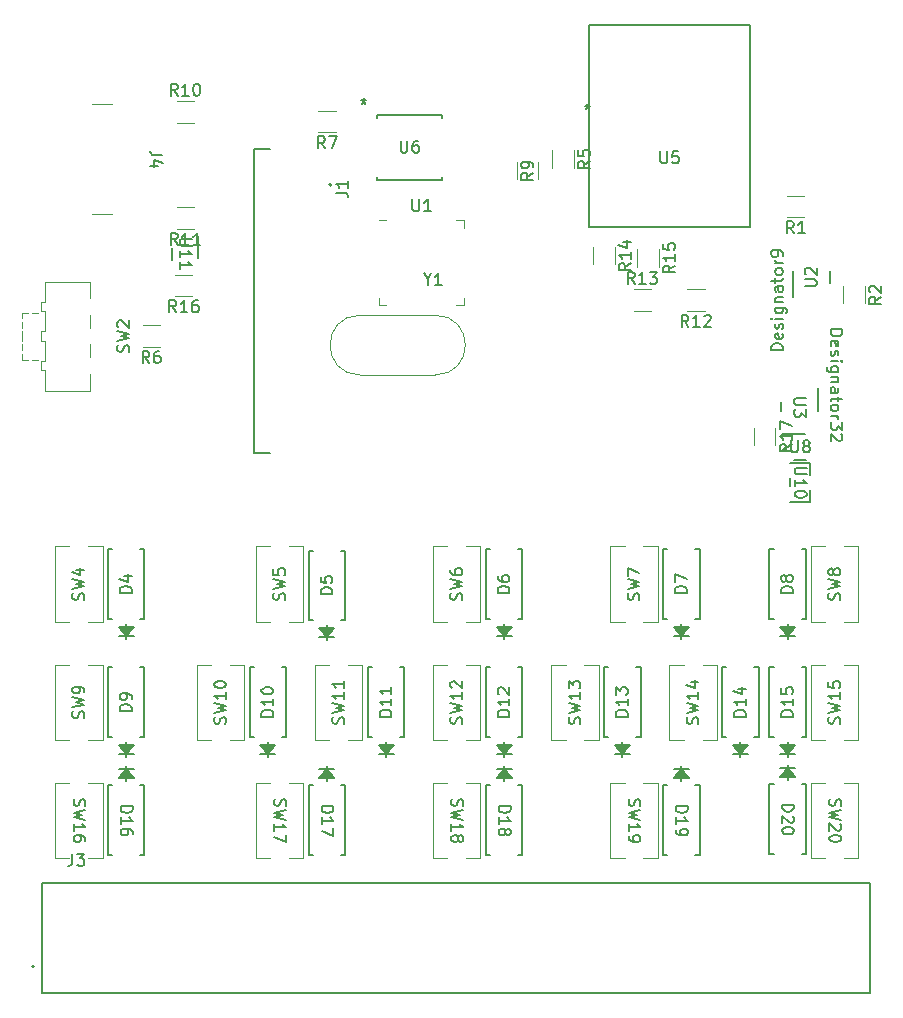
<source format=gto>
G04 #@! TF.GenerationSoftware,KiCad,Pcbnew,7.0.10*
G04 #@! TF.CreationDate,2024-02-13T11:50:05-05:00*
G04 #@! TF.ProjectId,prototype,70726f74-6f74-4797-9065-2e6b69636164,rev?*
G04 #@! TF.SameCoordinates,Original*
G04 #@! TF.FileFunction,Legend,Top*
G04 #@! TF.FilePolarity,Positive*
%FSLAX46Y46*%
G04 Gerber Fmt 4.6, Leading zero omitted, Abs format (unit mm)*
G04 Created by KiCad (PCBNEW 7.0.10) date 2024-02-13 11:50:05*
%MOMM*%
%LPD*%
G01*
G04 APERTURE LIST*
%ADD10C,0.150000*%
%ADD11C,0.152400*%
%ADD12C,0.120000*%
%ADD13C,0.200000*%
%ADD14C,0.127000*%
G04 APERTURE END LIST*
D10*
X26545180Y-80785714D02*
X27545180Y-80785714D01*
X27545180Y-80785714D02*
X27545180Y-81023809D01*
X27545180Y-81023809D02*
X27497561Y-81166666D01*
X27497561Y-81166666D02*
X27402323Y-81261904D01*
X27402323Y-81261904D02*
X27307085Y-81309523D01*
X27307085Y-81309523D02*
X27116609Y-81357142D01*
X27116609Y-81357142D02*
X26973752Y-81357142D01*
X26973752Y-81357142D02*
X26783276Y-81309523D01*
X26783276Y-81309523D02*
X26688038Y-81261904D01*
X26688038Y-81261904D02*
X26592800Y-81166666D01*
X26592800Y-81166666D02*
X26545180Y-81023809D01*
X26545180Y-81023809D02*
X26545180Y-80785714D01*
X26545180Y-82309523D02*
X26545180Y-81738095D01*
X26545180Y-82023809D02*
X27545180Y-82023809D01*
X27545180Y-82023809D02*
X27402323Y-81928571D01*
X27402323Y-81928571D02*
X27307085Y-81833333D01*
X27307085Y-81833333D02*
X27259466Y-81738095D01*
X27545180Y-83166666D02*
X27545180Y-82976190D01*
X27545180Y-82976190D02*
X27497561Y-82880952D01*
X27497561Y-82880952D02*
X27449942Y-82833333D01*
X27449942Y-82833333D02*
X27307085Y-82738095D01*
X27307085Y-82738095D02*
X27116609Y-82690476D01*
X27116609Y-82690476D02*
X26735657Y-82690476D01*
X26735657Y-82690476D02*
X26640419Y-82738095D01*
X26640419Y-82738095D02*
X26592800Y-82785714D01*
X26592800Y-82785714D02*
X26545180Y-82880952D01*
X26545180Y-82880952D02*
X26545180Y-83071428D01*
X26545180Y-83071428D02*
X26592800Y-83166666D01*
X26592800Y-83166666D02*
X26640419Y-83214285D01*
X26640419Y-83214285D02*
X26735657Y-83261904D01*
X26735657Y-83261904D02*
X26973752Y-83261904D01*
X26973752Y-83261904D02*
X27068990Y-83214285D01*
X27068990Y-83214285D02*
X27116609Y-83166666D01*
X27116609Y-83166666D02*
X27164228Y-83071428D01*
X27164228Y-83071428D02*
X27164228Y-82880952D01*
X27164228Y-82880952D02*
X27116609Y-82785714D01*
X27116609Y-82785714D02*
X27068990Y-82738095D01*
X27068990Y-82738095D02*
X26973752Y-82690476D01*
X70407200Y-63333332D02*
X70454819Y-63190475D01*
X70454819Y-63190475D02*
X70454819Y-62952380D01*
X70454819Y-62952380D02*
X70407200Y-62857142D01*
X70407200Y-62857142D02*
X70359580Y-62809523D01*
X70359580Y-62809523D02*
X70264342Y-62761904D01*
X70264342Y-62761904D02*
X70169104Y-62761904D01*
X70169104Y-62761904D02*
X70073866Y-62809523D01*
X70073866Y-62809523D02*
X70026247Y-62857142D01*
X70026247Y-62857142D02*
X69978628Y-62952380D01*
X69978628Y-62952380D02*
X69931009Y-63142856D01*
X69931009Y-63142856D02*
X69883390Y-63238094D01*
X69883390Y-63238094D02*
X69835771Y-63285713D01*
X69835771Y-63285713D02*
X69740533Y-63333332D01*
X69740533Y-63333332D02*
X69645295Y-63333332D01*
X69645295Y-63333332D02*
X69550057Y-63285713D01*
X69550057Y-63285713D02*
X69502438Y-63238094D01*
X69502438Y-63238094D02*
X69454819Y-63142856D01*
X69454819Y-63142856D02*
X69454819Y-62904761D01*
X69454819Y-62904761D02*
X69502438Y-62761904D01*
X69454819Y-62428570D02*
X70454819Y-62190475D01*
X70454819Y-62190475D02*
X69740533Y-61999999D01*
X69740533Y-61999999D02*
X70454819Y-61809523D01*
X70454819Y-61809523D02*
X69454819Y-61571428D01*
X69454819Y-61285713D02*
X69454819Y-60619047D01*
X69454819Y-60619047D02*
X70454819Y-61047618D01*
X84545180Y-46238095D02*
X83735657Y-46238095D01*
X83735657Y-46238095D02*
X83640419Y-46285714D01*
X83640419Y-46285714D02*
X83592800Y-46333333D01*
X83592800Y-46333333D02*
X83545180Y-46428571D01*
X83545180Y-46428571D02*
X83545180Y-46619047D01*
X83545180Y-46619047D02*
X83592800Y-46714285D01*
X83592800Y-46714285D02*
X83640419Y-46761904D01*
X83640419Y-46761904D02*
X83735657Y-46809523D01*
X83735657Y-46809523D02*
X84545180Y-46809523D01*
X84545180Y-47190476D02*
X84545180Y-47809523D01*
X84545180Y-47809523D02*
X84164228Y-47476190D01*
X84164228Y-47476190D02*
X84164228Y-47619047D01*
X84164228Y-47619047D02*
X84116609Y-47714285D01*
X84116609Y-47714285D02*
X84068990Y-47761904D01*
X84068990Y-47761904D02*
X83973752Y-47809523D01*
X83973752Y-47809523D02*
X83735657Y-47809523D01*
X83735657Y-47809523D02*
X83640419Y-47761904D01*
X83640419Y-47761904D02*
X83592800Y-47714285D01*
X83592800Y-47714285D02*
X83545180Y-47619047D01*
X83545180Y-47619047D02*
X83545180Y-47333333D01*
X83545180Y-47333333D02*
X83592800Y-47238095D01*
X83592800Y-47238095D02*
X83640419Y-47190476D01*
X86643980Y-40429923D02*
X87643980Y-40429923D01*
X87643980Y-40429923D02*
X87643980Y-40668018D01*
X87643980Y-40668018D02*
X87596361Y-40810875D01*
X87596361Y-40810875D02*
X87501123Y-40906113D01*
X87501123Y-40906113D02*
X87405885Y-40953732D01*
X87405885Y-40953732D02*
X87215409Y-41001351D01*
X87215409Y-41001351D02*
X87072552Y-41001351D01*
X87072552Y-41001351D02*
X86882076Y-40953732D01*
X86882076Y-40953732D02*
X86786838Y-40906113D01*
X86786838Y-40906113D02*
X86691600Y-40810875D01*
X86691600Y-40810875D02*
X86643980Y-40668018D01*
X86643980Y-40668018D02*
X86643980Y-40429923D01*
X86691600Y-41810875D02*
X86643980Y-41715637D01*
X86643980Y-41715637D02*
X86643980Y-41525161D01*
X86643980Y-41525161D02*
X86691600Y-41429923D01*
X86691600Y-41429923D02*
X86786838Y-41382304D01*
X86786838Y-41382304D02*
X87167790Y-41382304D01*
X87167790Y-41382304D02*
X87263028Y-41429923D01*
X87263028Y-41429923D02*
X87310647Y-41525161D01*
X87310647Y-41525161D02*
X87310647Y-41715637D01*
X87310647Y-41715637D02*
X87263028Y-41810875D01*
X87263028Y-41810875D02*
X87167790Y-41858494D01*
X87167790Y-41858494D02*
X87072552Y-41858494D01*
X87072552Y-41858494D02*
X86977314Y-41382304D01*
X86691600Y-42239447D02*
X86643980Y-42334685D01*
X86643980Y-42334685D02*
X86643980Y-42525161D01*
X86643980Y-42525161D02*
X86691600Y-42620399D01*
X86691600Y-42620399D02*
X86786838Y-42668018D01*
X86786838Y-42668018D02*
X86834457Y-42668018D01*
X86834457Y-42668018D02*
X86929695Y-42620399D01*
X86929695Y-42620399D02*
X86977314Y-42525161D01*
X86977314Y-42525161D02*
X86977314Y-42382304D01*
X86977314Y-42382304D02*
X87024933Y-42287066D01*
X87024933Y-42287066D02*
X87120171Y-42239447D01*
X87120171Y-42239447D02*
X87167790Y-42239447D01*
X87167790Y-42239447D02*
X87263028Y-42287066D01*
X87263028Y-42287066D02*
X87310647Y-42382304D01*
X87310647Y-42382304D02*
X87310647Y-42525161D01*
X87310647Y-42525161D02*
X87263028Y-42620399D01*
X86643980Y-43096590D02*
X87310647Y-43096590D01*
X87643980Y-43096590D02*
X87596361Y-43048971D01*
X87596361Y-43048971D02*
X87548742Y-43096590D01*
X87548742Y-43096590D02*
X87596361Y-43144209D01*
X87596361Y-43144209D02*
X87643980Y-43096590D01*
X87643980Y-43096590D02*
X87548742Y-43096590D01*
X87310647Y-44001351D02*
X86501123Y-44001351D01*
X86501123Y-44001351D02*
X86405885Y-43953732D01*
X86405885Y-43953732D02*
X86358266Y-43906113D01*
X86358266Y-43906113D02*
X86310647Y-43810875D01*
X86310647Y-43810875D02*
X86310647Y-43668018D01*
X86310647Y-43668018D02*
X86358266Y-43572780D01*
X86691600Y-44001351D02*
X86643980Y-43906113D01*
X86643980Y-43906113D02*
X86643980Y-43715637D01*
X86643980Y-43715637D02*
X86691600Y-43620399D01*
X86691600Y-43620399D02*
X86739219Y-43572780D01*
X86739219Y-43572780D02*
X86834457Y-43525161D01*
X86834457Y-43525161D02*
X87120171Y-43525161D01*
X87120171Y-43525161D02*
X87215409Y-43572780D01*
X87215409Y-43572780D02*
X87263028Y-43620399D01*
X87263028Y-43620399D02*
X87310647Y-43715637D01*
X87310647Y-43715637D02*
X87310647Y-43906113D01*
X87310647Y-43906113D02*
X87263028Y-44001351D01*
X87310647Y-44477542D02*
X86643980Y-44477542D01*
X87215409Y-44477542D02*
X87263028Y-44525161D01*
X87263028Y-44525161D02*
X87310647Y-44620399D01*
X87310647Y-44620399D02*
X87310647Y-44763256D01*
X87310647Y-44763256D02*
X87263028Y-44858494D01*
X87263028Y-44858494D02*
X87167790Y-44906113D01*
X87167790Y-44906113D02*
X86643980Y-44906113D01*
X86643980Y-45810875D02*
X87167790Y-45810875D01*
X87167790Y-45810875D02*
X87263028Y-45763256D01*
X87263028Y-45763256D02*
X87310647Y-45668018D01*
X87310647Y-45668018D02*
X87310647Y-45477542D01*
X87310647Y-45477542D02*
X87263028Y-45382304D01*
X86691600Y-45810875D02*
X86643980Y-45715637D01*
X86643980Y-45715637D02*
X86643980Y-45477542D01*
X86643980Y-45477542D02*
X86691600Y-45382304D01*
X86691600Y-45382304D02*
X86786838Y-45334685D01*
X86786838Y-45334685D02*
X86882076Y-45334685D01*
X86882076Y-45334685D02*
X86977314Y-45382304D01*
X86977314Y-45382304D02*
X87024933Y-45477542D01*
X87024933Y-45477542D02*
X87024933Y-45715637D01*
X87024933Y-45715637D02*
X87072552Y-45810875D01*
X87310647Y-46144209D02*
X87310647Y-46525161D01*
X87643980Y-46287066D02*
X86786838Y-46287066D01*
X86786838Y-46287066D02*
X86691600Y-46334685D01*
X86691600Y-46334685D02*
X86643980Y-46429923D01*
X86643980Y-46429923D02*
X86643980Y-46525161D01*
X86643980Y-47001352D02*
X86691600Y-46906114D01*
X86691600Y-46906114D02*
X86739219Y-46858495D01*
X86739219Y-46858495D02*
X86834457Y-46810876D01*
X86834457Y-46810876D02*
X87120171Y-46810876D01*
X87120171Y-46810876D02*
X87215409Y-46858495D01*
X87215409Y-46858495D02*
X87263028Y-46906114D01*
X87263028Y-46906114D02*
X87310647Y-47001352D01*
X87310647Y-47001352D02*
X87310647Y-47144209D01*
X87310647Y-47144209D02*
X87263028Y-47239447D01*
X87263028Y-47239447D02*
X87215409Y-47287066D01*
X87215409Y-47287066D02*
X87120171Y-47334685D01*
X87120171Y-47334685D02*
X86834457Y-47334685D01*
X86834457Y-47334685D02*
X86739219Y-47287066D01*
X86739219Y-47287066D02*
X86691600Y-47239447D01*
X86691600Y-47239447D02*
X86643980Y-47144209D01*
X86643980Y-47144209D02*
X86643980Y-47001352D01*
X86643980Y-47763257D02*
X87310647Y-47763257D01*
X87120171Y-47763257D02*
X87215409Y-47810876D01*
X87215409Y-47810876D02*
X87263028Y-47858495D01*
X87263028Y-47858495D02*
X87310647Y-47953733D01*
X87310647Y-47953733D02*
X87310647Y-48048971D01*
X87643980Y-48287067D02*
X87643980Y-48906114D01*
X87643980Y-48906114D02*
X87263028Y-48572781D01*
X87263028Y-48572781D02*
X87263028Y-48715638D01*
X87263028Y-48715638D02*
X87215409Y-48810876D01*
X87215409Y-48810876D02*
X87167790Y-48858495D01*
X87167790Y-48858495D02*
X87072552Y-48906114D01*
X87072552Y-48906114D02*
X86834457Y-48906114D01*
X86834457Y-48906114D02*
X86739219Y-48858495D01*
X86739219Y-48858495D02*
X86691600Y-48810876D01*
X86691600Y-48810876D02*
X86643980Y-48715638D01*
X86643980Y-48715638D02*
X86643980Y-48429924D01*
X86643980Y-48429924D02*
X86691600Y-48334686D01*
X86691600Y-48334686D02*
X86739219Y-48287067D01*
X87548742Y-49287067D02*
X87596361Y-49334686D01*
X87596361Y-49334686D02*
X87643980Y-49429924D01*
X87643980Y-49429924D02*
X87643980Y-49668019D01*
X87643980Y-49668019D02*
X87596361Y-49763257D01*
X87596361Y-49763257D02*
X87548742Y-49810876D01*
X87548742Y-49810876D02*
X87453504Y-49858495D01*
X87453504Y-49858495D02*
X87358266Y-49858495D01*
X87358266Y-49858495D02*
X87215409Y-49810876D01*
X87215409Y-49810876D02*
X86643980Y-49239448D01*
X86643980Y-49239448D02*
X86643980Y-49858495D01*
X28958333Y-43274819D02*
X28625000Y-42798628D01*
X28386905Y-43274819D02*
X28386905Y-42274819D01*
X28386905Y-42274819D02*
X28767857Y-42274819D01*
X28767857Y-42274819D02*
X28863095Y-42322438D01*
X28863095Y-42322438D02*
X28910714Y-42370057D01*
X28910714Y-42370057D02*
X28958333Y-42465295D01*
X28958333Y-42465295D02*
X28958333Y-42608152D01*
X28958333Y-42608152D02*
X28910714Y-42703390D01*
X28910714Y-42703390D02*
X28863095Y-42751009D01*
X28863095Y-42751009D02*
X28767857Y-42798628D01*
X28767857Y-42798628D02*
X28386905Y-42798628D01*
X29815476Y-42274819D02*
X29625000Y-42274819D01*
X29625000Y-42274819D02*
X29529762Y-42322438D01*
X29529762Y-42322438D02*
X29482143Y-42370057D01*
X29482143Y-42370057D02*
X29386905Y-42512914D01*
X29386905Y-42512914D02*
X29339286Y-42703390D01*
X29339286Y-42703390D02*
X29339286Y-43084342D01*
X29339286Y-43084342D02*
X29386905Y-43179580D01*
X29386905Y-43179580D02*
X29434524Y-43227200D01*
X29434524Y-43227200D02*
X29529762Y-43274819D01*
X29529762Y-43274819D02*
X29720238Y-43274819D01*
X29720238Y-43274819D02*
X29815476Y-43227200D01*
X29815476Y-43227200D02*
X29863095Y-43179580D01*
X29863095Y-43179580D02*
X29910714Y-43084342D01*
X29910714Y-43084342D02*
X29910714Y-42846247D01*
X29910714Y-42846247D02*
X29863095Y-42751009D01*
X29863095Y-42751009D02*
X29815476Y-42703390D01*
X29815476Y-42703390D02*
X29720238Y-42655771D01*
X29720238Y-42655771D02*
X29529762Y-42655771D01*
X29529762Y-42655771D02*
X29434524Y-42703390D01*
X29434524Y-42703390D02*
X29386905Y-42751009D01*
X29386905Y-42751009D02*
X29339286Y-42846247D01*
X83337319Y-50142857D02*
X82861128Y-50476190D01*
X83337319Y-50714285D02*
X82337319Y-50714285D01*
X82337319Y-50714285D02*
X82337319Y-50333333D01*
X82337319Y-50333333D02*
X82384938Y-50238095D01*
X82384938Y-50238095D02*
X82432557Y-50190476D01*
X82432557Y-50190476D02*
X82527795Y-50142857D01*
X82527795Y-50142857D02*
X82670652Y-50142857D01*
X82670652Y-50142857D02*
X82765890Y-50190476D01*
X82765890Y-50190476D02*
X82813509Y-50238095D01*
X82813509Y-50238095D02*
X82861128Y-50333333D01*
X82861128Y-50333333D02*
X82861128Y-50714285D01*
X83337319Y-49190476D02*
X83337319Y-49761904D01*
X83337319Y-49476190D02*
X82337319Y-49476190D01*
X82337319Y-49476190D02*
X82480176Y-49571428D01*
X82480176Y-49571428D02*
X82575414Y-49666666D01*
X82575414Y-49666666D02*
X82623033Y-49761904D01*
X82337319Y-48857142D02*
X82337319Y-48190476D01*
X82337319Y-48190476D02*
X83337319Y-48619047D01*
X23407200Y-63333332D02*
X23454819Y-63190475D01*
X23454819Y-63190475D02*
X23454819Y-62952380D01*
X23454819Y-62952380D02*
X23407200Y-62857142D01*
X23407200Y-62857142D02*
X23359580Y-62809523D01*
X23359580Y-62809523D02*
X23264342Y-62761904D01*
X23264342Y-62761904D02*
X23169104Y-62761904D01*
X23169104Y-62761904D02*
X23073866Y-62809523D01*
X23073866Y-62809523D02*
X23026247Y-62857142D01*
X23026247Y-62857142D02*
X22978628Y-62952380D01*
X22978628Y-62952380D02*
X22931009Y-63142856D01*
X22931009Y-63142856D02*
X22883390Y-63238094D01*
X22883390Y-63238094D02*
X22835771Y-63285713D01*
X22835771Y-63285713D02*
X22740533Y-63333332D01*
X22740533Y-63333332D02*
X22645295Y-63333332D01*
X22645295Y-63333332D02*
X22550057Y-63285713D01*
X22550057Y-63285713D02*
X22502438Y-63238094D01*
X22502438Y-63238094D02*
X22454819Y-63142856D01*
X22454819Y-63142856D02*
X22454819Y-62904761D01*
X22454819Y-62904761D02*
X22502438Y-62761904D01*
X22454819Y-62428570D02*
X23454819Y-62190475D01*
X23454819Y-62190475D02*
X22740533Y-61999999D01*
X22740533Y-61999999D02*
X23454819Y-61809523D01*
X23454819Y-61809523D02*
X22454819Y-61571428D01*
X22788152Y-60761904D02*
X23454819Y-60761904D01*
X22407200Y-60999999D02*
X23121485Y-61238094D01*
X23121485Y-61238094D02*
X23121485Y-60619047D01*
X35407200Y-73809523D02*
X35454819Y-73666666D01*
X35454819Y-73666666D02*
X35454819Y-73428571D01*
X35454819Y-73428571D02*
X35407200Y-73333333D01*
X35407200Y-73333333D02*
X35359580Y-73285714D01*
X35359580Y-73285714D02*
X35264342Y-73238095D01*
X35264342Y-73238095D02*
X35169104Y-73238095D01*
X35169104Y-73238095D02*
X35073866Y-73285714D01*
X35073866Y-73285714D02*
X35026247Y-73333333D01*
X35026247Y-73333333D02*
X34978628Y-73428571D01*
X34978628Y-73428571D02*
X34931009Y-73619047D01*
X34931009Y-73619047D02*
X34883390Y-73714285D01*
X34883390Y-73714285D02*
X34835771Y-73761904D01*
X34835771Y-73761904D02*
X34740533Y-73809523D01*
X34740533Y-73809523D02*
X34645295Y-73809523D01*
X34645295Y-73809523D02*
X34550057Y-73761904D01*
X34550057Y-73761904D02*
X34502438Y-73714285D01*
X34502438Y-73714285D02*
X34454819Y-73619047D01*
X34454819Y-73619047D02*
X34454819Y-73380952D01*
X34454819Y-73380952D02*
X34502438Y-73238095D01*
X34454819Y-72904761D02*
X35454819Y-72666666D01*
X35454819Y-72666666D02*
X34740533Y-72476190D01*
X34740533Y-72476190D02*
X35454819Y-72285714D01*
X35454819Y-72285714D02*
X34454819Y-72047619D01*
X35454819Y-71142857D02*
X35454819Y-71714285D01*
X35454819Y-71428571D02*
X34454819Y-71428571D01*
X34454819Y-71428571D02*
X34597676Y-71523809D01*
X34597676Y-71523809D02*
X34692914Y-71619047D01*
X34692914Y-71619047D02*
X34740533Y-71714285D01*
X34454819Y-70523809D02*
X34454819Y-70428571D01*
X34454819Y-70428571D02*
X34502438Y-70333333D01*
X34502438Y-70333333D02*
X34550057Y-70285714D01*
X34550057Y-70285714D02*
X34645295Y-70238095D01*
X34645295Y-70238095D02*
X34835771Y-70190476D01*
X34835771Y-70190476D02*
X35073866Y-70190476D01*
X35073866Y-70190476D02*
X35264342Y-70238095D01*
X35264342Y-70238095D02*
X35359580Y-70285714D01*
X35359580Y-70285714D02*
X35407200Y-70333333D01*
X35407200Y-70333333D02*
X35454819Y-70428571D01*
X35454819Y-70428571D02*
X35454819Y-70523809D01*
X35454819Y-70523809D02*
X35407200Y-70619047D01*
X35407200Y-70619047D02*
X35359580Y-70666666D01*
X35359580Y-70666666D02*
X35264342Y-70714285D01*
X35264342Y-70714285D02*
X35073866Y-70761904D01*
X35073866Y-70761904D02*
X34835771Y-70761904D01*
X34835771Y-70761904D02*
X34645295Y-70714285D01*
X34645295Y-70714285D02*
X34550057Y-70666666D01*
X34550057Y-70666666D02*
X34502438Y-70619047D01*
X34502438Y-70619047D02*
X34454819Y-70523809D01*
X55407200Y-73809523D02*
X55454819Y-73666666D01*
X55454819Y-73666666D02*
X55454819Y-73428571D01*
X55454819Y-73428571D02*
X55407200Y-73333333D01*
X55407200Y-73333333D02*
X55359580Y-73285714D01*
X55359580Y-73285714D02*
X55264342Y-73238095D01*
X55264342Y-73238095D02*
X55169104Y-73238095D01*
X55169104Y-73238095D02*
X55073866Y-73285714D01*
X55073866Y-73285714D02*
X55026247Y-73333333D01*
X55026247Y-73333333D02*
X54978628Y-73428571D01*
X54978628Y-73428571D02*
X54931009Y-73619047D01*
X54931009Y-73619047D02*
X54883390Y-73714285D01*
X54883390Y-73714285D02*
X54835771Y-73761904D01*
X54835771Y-73761904D02*
X54740533Y-73809523D01*
X54740533Y-73809523D02*
X54645295Y-73809523D01*
X54645295Y-73809523D02*
X54550057Y-73761904D01*
X54550057Y-73761904D02*
X54502438Y-73714285D01*
X54502438Y-73714285D02*
X54454819Y-73619047D01*
X54454819Y-73619047D02*
X54454819Y-73380952D01*
X54454819Y-73380952D02*
X54502438Y-73238095D01*
X54454819Y-72904761D02*
X55454819Y-72666666D01*
X55454819Y-72666666D02*
X54740533Y-72476190D01*
X54740533Y-72476190D02*
X55454819Y-72285714D01*
X55454819Y-72285714D02*
X54454819Y-72047619D01*
X55454819Y-71142857D02*
X55454819Y-71714285D01*
X55454819Y-71428571D02*
X54454819Y-71428571D01*
X54454819Y-71428571D02*
X54597676Y-71523809D01*
X54597676Y-71523809D02*
X54692914Y-71619047D01*
X54692914Y-71619047D02*
X54740533Y-71714285D01*
X54550057Y-70761904D02*
X54502438Y-70714285D01*
X54502438Y-70714285D02*
X54454819Y-70619047D01*
X54454819Y-70619047D02*
X54454819Y-70380952D01*
X54454819Y-70380952D02*
X54502438Y-70285714D01*
X54502438Y-70285714D02*
X54550057Y-70238095D01*
X54550057Y-70238095D02*
X54645295Y-70190476D01*
X54645295Y-70190476D02*
X54740533Y-70190476D01*
X54740533Y-70190476D02*
X54883390Y-70238095D01*
X54883390Y-70238095D02*
X55454819Y-70809523D01*
X55454819Y-70809523D02*
X55454819Y-70190476D01*
X83520833Y-32274819D02*
X83187500Y-31798628D01*
X82949405Y-32274819D02*
X82949405Y-31274819D01*
X82949405Y-31274819D02*
X83330357Y-31274819D01*
X83330357Y-31274819D02*
X83425595Y-31322438D01*
X83425595Y-31322438D02*
X83473214Y-31370057D01*
X83473214Y-31370057D02*
X83520833Y-31465295D01*
X83520833Y-31465295D02*
X83520833Y-31608152D01*
X83520833Y-31608152D02*
X83473214Y-31703390D01*
X83473214Y-31703390D02*
X83425595Y-31751009D01*
X83425595Y-31751009D02*
X83330357Y-31798628D01*
X83330357Y-31798628D02*
X82949405Y-31798628D01*
X84473214Y-32274819D02*
X83901786Y-32274819D01*
X84187500Y-32274819D02*
X84187500Y-31274819D01*
X84187500Y-31274819D02*
X84092262Y-31417676D01*
X84092262Y-31417676D02*
X83997024Y-31512914D01*
X83997024Y-31512914D02*
X83901786Y-31560533D01*
X87407200Y-73809523D02*
X87454819Y-73666666D01*
X87454819Y-73666666D02*
X87454819Y-73428571D01*
X87454819Y-73428571D02*
X87407200Y-73333333D01*
X87407200Y-73333333D02*
X87359580Y-73285714D01*
X87359580Y-73285714D02*
X87264342Y-73238095D01*
X87264342Y-73238095D02*
X87169104Y-73238095D01*
X87169104Y-73238095D02*
X87073866Y-73285714D01*
X87073866Y-73285714D02*
X87026247Y-73333333D01*
X87026247Y-73333333D02*
X86978628Y-73428571D01*
X86978628Y-73428571D02*
X86931009Y-73619047D01*
X86931009Y-73619047D02*
X86883390Y-73714285D01*
X86883390Y-73714285D02*
X86835771Y-73761904D01*
X86835771Y-73761904D02*
X86740533Y-73809523D01*
X86740533Y-73809523D02*
X86645295Y-73809523D01*
X86645295Y-73809523D02*
X86550057Y-73761904D01*
X86550057Y-73761904D02*
X86502438Y-73714285D01*
X86502438Y-73714285D02*
X86454819Y-73619047D01*
X86454819Y-73619047D02*
X86454819Y-73380952D01*
X86454819Y-73380952D02*
X86502438Y-73238095D01*
X86454819Y-72904761D02*
X87454819Y-72666666D01*
X87454819Y-72666666D02*
X86740533Y-72476190D01*
X86740533Y-72476190D02*
X87454819Y-72285714D01*
X87454819Y-72285714D02*
X86454819Y-72047619D01*
X87454819Y-71142857D02*
X87454819Y-71714285D01*
X87454819Y-71428571D02*
X86454819Y-71428571D01*
X86454819Y-71428571D02*
X86597676Y-71523809D01*
X86597676Y-71523809D02*
X86692914Y-71619047D01*
X86692914Y-71619047D02*
X86740533Y-71714285D01*
X86454819Y-70238095D02*
X86454819Y-70714285D01*
X86454819Y-70714285D02*
X86931009Y-70761904D01*
X86931009Y-70761904D02*
X86883390Y-70714285D01*
X86883390Y-70714285D02*
X86835771Y-70619047D01*
X86835771Y-70619047D02*
X86835771Y-70380952D01*
X86835771Y-70380952D02*
X86883390Y-70285714D01*
X86883390Y-70285714D02*
X86931009Y-70238095D01*
X86931009Y-70238095D02*
X87026247Y-70190476D01*
X87026247Y-70190476D02*
X87264342Y-70190476D01*
X87264342Y-70190476D02*
X87359580Y-70238095D01*
X87359580Y-70238095D02*
X87407200Y-70285714D01*
X87407200Y-70285714D02*
X87454819Y-70380952D01*
X87454819Y-70380952D02*
X87454819Y-70619047D01*
X87454819Y-70619047D02*
X87407200Y-70714285D01*
X87407200Y-70714285D02*
X87359580Y-70761904D01*
X55407200Y-63333332D02*
X55454819Y-63190475D01*
X55454819Y-63190475D02*
X55454819Y-62952380D01*
X55454819Y-62952380D02*
X55407200Y-62857142D01*
X55407200Y-62857142D02*
X55359580Y-62809523D01*
X55359580Y-62809523D02*
X55264342Y-62761904D01*
X55264342Y-62761904D02*
X55169104Y-62761904D01*
X55169104Y-62761904D02*
X55073866Y-62809523D01*
X55073866Y-62809523D02*
X55026247Y-62857142D01*
X55026247Y-62857142D02*
X54978628Y-62952380D01*
X54978628Y-62952380D02*
X54931009Y-63142856D01*
X54931009Y-63142856D02*
X54883390Y-63238094D01*
X54883390Y-63238094D02*
X54835771Y-63285713D01*
X54835771Y-63285713D02*
X54740533Y-63333332D01*
X54740533Y-63333332D02*
X54645295Y-63333332D01*
X54645295Y-63333332D02*
X54550057Y-63285713D01*
X54550057Y-63285713D02*
X54502438Y-63238094D01*
X54502438Y-63238094D02*
X54454819Y-63142856D01*
X54454819Y-63142856D02*
X54454819Y-62904761D01*
X54454819Y-62904761D02*
X54502438Y-62761904D01*
X54454819Y-62428570D02*
X55454819Y-62190475D01*
X55454819Y-62190475D02*
X54740533Y-61999999D01*
X54740533Y-61999999D02*
X55454819Y-61809523D01*
X55454819Y-61809523D02*
X54454819Y-61571428D01*
X54454819Y-60761904D02*
X54454819Y-60952380D01*
X54454819Y-60952380D02*
X54502438Y-61047618D01*
X54502438Y-61047618D02*
X54550057Y-61095237D01*
X54550057Y-61095237D02*
X54692914Y-61190475D01*
X54692914Y-61190475D02*
X54883390Y-61238094D01*
X54883390Y-61238094D02*
X55264342Y-61238094D01*
X55264342Y-61238094D02*
X55359580Y-61190475D01*
X55359580Y-61190475D02*
X55407200Y-61142856D01*
X55407200Y-61142856D02*
X55454819Y-61047618D01*
X55454819Y-61047618D02*
X55454819Y-60857142D01*
X55454819Y-60857142D02*
X55407200Y-60761904D01*
X55407200Y-60761904D02*
X55359580Y-60714285D01*
X55359580Y-60714285D02*
X55264342Y-60666666D01*
X55264342Y-60666666D02*
X55026247Y-60666666D01*
X55026247Y-60666666D02*
X54931009Y-60714285D01*
X54931009Y-60714285D02*
X54883390Y-60761904D01*
X54883390Y-60761904D02*
X54835771Y-60857142D01*
X54835771Y-60857142D02*
X54835771Y-61047618D01*
X54835771Y-61047618D02*
X54883390Y-61142856D01*
X54883390Y-61142856D02*
X54931009Y-61190475D01*
X54931009Y-61190475D02*
X55026247Y-61238094D01*
X22454666Y-84833719D02*
X22454666Y-85548004D01*
X22454666Y-85548004D02*
X22407047Y-85690861D01*
X22407047Y-85690861D02*
X22311809Y-85786100D01*
X22311809Y-85786100D02*
X22168952Y-85833719D01*
X22168952Y-85833719D02*
X22073714Y-85833719D01*
X22835619Y-84833719D02*
X23454666Y-84833719D01*
X23454666Y-84833719D02*
X23121333Y-85214671D01*
X23121333Y-85214671D02*
X23264190Y-85214671D01*
X23264190Y-85214671D02*
X23359428Y-85262290D01*
X23359428Y-85262290D02*
X23407047Y-85309909D01*
X23407047Y-85309909D02*
X23454666Y-85405147D01*
X23454666Y-85405147D02*
X23454666Y-85643242D01*
X23454666Y-85643242D02*
X23407047Y-85738480D01*
X23407047Y-85738480D02*
X23359428Y-85786100D01*
X23359428Y-85786100D02*
X23264190Y-85833719D01*
X23264190Y-85833719D02*
X22978476Y-85833719D01*
X22978476Y-85833719D02*
X22883238Y-85786100D01*
X22883238Y-85786100D02*
X22835619Y-85738480D01*
X54592800Y-80190476D02*
X54545180Y-80333333D01*
X54545180Y-80333333D02*
X54545180Y-80571428D01*
X54545180Y-80571428D02*
X54592800Y-80666666D01*
X54592800Y-80666666D02*
X54640419Y-80714285D01*
X54640419Y-80714285D02*
X54735657Y-80761904D01*
X54735657Y-80761904D02*
X54830895Y-80761904D01*
X54830895Y-80761904D02*
X54926133Y-80714285D01*
X54926133Y-80714285D02*
X54973752Y-80666666D01*
X54973752Y-80666666D02*
X55021371Y-80571428D01*
X55021371Y-80571428D02*
X55068990Y-80380952D01*
X55068990Y-80380952D02*
X55116609Y-80285714D01*
X55116609Y-80285714D02*
X55164228Y-80238095D01*
X55164228Y-80238095D02*
X55259466Y-80190476D01*
X55259466Y-80190476D02*
X55354704Y-80190476D01*
X55354704Y-80190476D02*
X55449942Y-80238095D01*
X55449942Y-80238095D02*
X55497561Y-80285714D01*
X55497561Y-80285714D02*
X55545180Y-80380952D01*
X55545180Y-80380952D02*
X55545180Y-80619047D01*
X55545180Y-80619047D02*
X55497561Y-80761904D01*
X55545180Y-81095238D02*
X54545180Y-81333333D01*
X54545180Y-81333333D02*
X55259466Y-81523809D01*
X55259466Y-81523809D02*
X54545180Y-81714285D01*
X54545180Y-81714285D02*
X55545180Y-81952381D01*
X54545180Y-82857142D02*
X54545180Y-82285714D01*
X54545180Y-82571428D02*
X55545180Y-82571428D01*
X55545180Y-82571428D02*
X55402323Y-82476190D01*
X55402323Y-82476190D02*
X55307085Y-82380952D01*
X55307085Y-82380952D02*
X55259466Y-82285714D01*
X55116609Y-83428571D02*
X55164228Y-83333333D01*
X55164228Y-83333333D02*
X55211847Y-83285714D01*
X55211847Y-83285714D02*
X55307085Y-83238095D01*
X55307085Y-83238095D02*
X55354704Y-83238095D01*
X55354704Y-83238095D02*
X55449942Y-83285714D01*
X55449942Y-83285714D02*
X55497561Y-83333333D01*
X55497561Y-83333333D02*
X55545180Y-83428571D01*
X55545180Y-83428571D02*
X55545180Y-83619047D01*
X55545180Y-83619047D02*
X55497561Y-83714285D01*
X55497561Y-83714285D02*
X55449942Y-83761904D01*
X55449942Y-83761904D02*
X55354704Y-83809523D01*
X55354704Y-83809523D02*
X55307085Y-83809523D01*
X55307085Y-83809523D02*
X55211847Y-83761904D01*
X55211847Y-83761904D02*
X55164228Y-83714285D01*
X55164228Y-83714285D02*
X55116609Y-83619047D01*
X55116609Y-83619047D02*
X55116609Y-83428571D01*
X55116609Y-83428571D02*
X55068990Y-83333333D01*
X55068990Y-83333333D02*
X55021371Y-83285714D01*
X55021371Y-83285714D02*
X54926133Y-83238095D01*
X54926133Y-83238095D02*
X54735657Y-83238095D01*
X54735657Y-83238095D02*
X54640419Y-83285714D01*
X54640419Y-83285714D02*
X54592800Y-83333333D01*
X54592800Y-83333333D02*
X54545180Y-83428571D01*
X54545180Y-83428571D02*
X54545180Y-83619047D01*
X54545180Y-83619047D02*
X54592800Y-83714285D01*
X54592800Y-83714285D02*
X54640419Y-83761904D01*
X54640419Y-83761904D02*
X54735657Y-83809523D01*
X54735657Y-83809523D02*
X54926133Y-83809523D01*
X54926133Y-83809523D02*
X55021371Y-83761904D01*
X55021371Y-83761904D02*
X55068990Y-83714285D01*
X55068990Y-83714285D02*
X55116609Y-83619047D01*
X27207200Y-42333332D02*
X27254819Y-42190475D01*
X27254819Y-42190475D02*
X27254819Y-41952380D01*
X27254819Y-41952380D02*
X27207200Y-41857142D01*
X27207200Y-41857142D02*
X27159580Y-41809523D01*
X27159580Y-41809523D02*
X27064342Y-41761904D01*
X27064342Y-41761904D02*
X26969104Y-41761904D01*
X26969104Y-41761904D02*
X26873866Y-41809523D01*
X26873866Y-41809523D02*
X26826247Y-41857142D01*
X26826247Y-41857142D02*
X26778628Y-41952380D01*
X26778628Y-41952380D02*
X26731009Y-42142856D01*
X26731009Y-42142856D02*
X26683390Y-42238094D01*
X26683390Y-42238094D02*
X26635771Y-42285713D01*
X26635771Y-42285713D02*
X26540533Y-42333332D01*
X26540533Y-42333332D02*
X26445295Y-42333332D01*
X26445295Y-42333332D02*
X26350057Y-42285713D01*
X26350057Y-42285713D02*
X26302438Y-42238094D01*
X26302438Y-42238094D02*
X26254819Y-42142856D01*
X26254819Y-42142856D02*
X26254819Y-41904761D01*
X26254819Y-41904761D02*
X26302438Y-41761904D01*
X26254819Y-41428570D02*
X27254819Y-41190475D01*
X27254819Y-41190475D02*
X26540533Y-40999999D01*
X26540533Y-40999999D02*
X27254819Y-40809523D01*
X27254819Y-40809523D02*
X26254819Y-40571428D01*
X26350057Y-40238094D02*
X26302438Y-40190475D01*
X26302438Y-40190475D02*
X26254819Y-40095237D01*
X26254819Y-40095237D02*
X26254819Y-39857142D01*
X26254819Y-39857142D02*
X26302438Y-39761904D01*
X26302438Y-39761904D02*
X26350057Y-39714285D01*
X26350057Y-39714285D02*
X26445295Y-39666666D01*
X26445295Y-39666666D02*
X26540533Y-39666666D01*
X26540533Y-39666666D02*
X26683390Y-39714285D01*
X26683390Y-39714285D02*
X27254819Y-40285713D01*
X27254819Y-40285713D02*
X27254819Y-39666666D01*
X59454819Y-73214285D02*
X58454819Y-73214285D01*
X58454819Y-73214285D02*
X58454819Y-72976190D01*
X58454819Y-72976190D02*
X58502438Y-72833333D01*
X58502438Y-72833333D02*
X58597676Y-72738095D01*
X58597676Y-72738095D02*
X58692914Y-72690476D01*
X58692914Y-72690476D02*
X58883390Y-72642857D01*
X58883390Y-72642857D02*
X59026247Y-72642857D01*
X59026247Y-72642857D02*
X59216723Y-72690476D01*
X59216723Y-72690476D02*
X59311961Y-72738095D01*
X59311961Y-72738095D02*
X59407200Y-72833333D01*
X59407200Y-72833333D02*
X59454819Y-72976190D01*
X59454819Y-72976190D02*
X59454819Y-73214285D01*
X59454819Y-71690476D02*
X59454819Y-72261904D01*
X59454819Y-71976190D02*
X58454819Y-71976190D01*
X58454819Y-71976190D02*
X58597676Y-72071428D01*
X58597676Y-72071428D02*
X58692914Y-72166666D01*
X58692914Y-72166666D02*
X58740533Y-72261904D01*
X58550057Y-71309523D02*
X58502438Y-71261904D01*
X58502438Y-71261904D02*
X58454819Y-71166666D01*
X58454819Y-71166666D02*
X58454819Y-70928571D01*
X58454819Y-70928571D02*
X58502438Y-70833333D01*
X58502438Y-70833333D02*
X58550057Y-70785714D01*
X58550057Y-70785714D02*
X58645295Y-70738095D01*
X58645295Y-70738095D02*
X58740533Y-70738095D01*
X58740533Y-70738095D02*
X58883390Y-70785714D01*
X58883390Y-70785714D02*
X59454819Y-71357142D01*
X59454819Y-71357142D02*
X59454819Y-70738095D01*
X79454819Y-73214285D02*
X78454819Y-73214285D01*
X78454819Y-73214285D02*
X78454819Y-72976190D01*
X78454819Y-72976190D02*
X78502438Y-72833333D01*
X78502438Y-72833333D02*
X78597676Y-72738095D01*
X78597676Y-72738095D02*
X78692914Y-72690476D01*
X78692914Y-72690476D02*
X78883390Y-72642857D01*
X78883390Y-72642857D02*
X79026247Y-72642857D01*
X79026247Y-72642857D02*
X79216723Y-72690476D01*
X79216723Y-72690476D02*
X79311961Y-72738095D01*
X79311961Y-72738095D02*
X79407200Y-72833333D01*
X79407200Y-72833333D02*
X79454819Y-72976190D01*
X79454819Y-72976190D02*
X79454819Y-73214285D01*
X79454819Y-71690476D02*
X79454819Y-72261904D01*
X79454819Y-71976190D02*
X78454819Y-71976190D01*
X78454819Y-71976190D02*
X78597676Y-72071428D01*
X78597676Y-72071428D02*
X78692914Y-72166666D01*
X78692914Y-72166666D02*
X78740533Y-72261904D01*
X78788152Y-70833333D02*
X79454819Y-70833333D01*
X78407200Y-71071428D02*
X79121485Y-71309523D01*
X79121485Y-71309523D02*
X79121485Y-70690476D01*
X87407200Y-63333332D02*
X87454819Y-63190475D01*
X87454819Y-63190475D02*
X87454819Y-62952380D01*
X87454819Y-62952380D02*
X87407200Y-62857142D01*
X87407200Y-62857142D02*
X87359580Y-62809523D01*
X87359580Y-62809523D02*
X87264342Y-62761904D01*
X87264342Y-62761904D02*
X87169104Y-62761904D01*
X87169104Y-62761904D02*
X87073866Y-62809523D01*
X87073866Y-62809523D02*
X87026247Y-62857142D01*
X87026247Y-62857142D02*
X86978628Y-62952380D01*
X86978628Y-62952380D02*
X86931009Y-63142856D01*
X86931009Y-63142856D02*
X86883390Y-63238094D01*
X86883390Y-63238094D02*
X86835771Y-63285713D01*
X86835771Y-63285713D02*
X86740533Y-63333332D01*
X86740533Y-63333332D02*
X86645295Y-63333332D01*
X86645295Y-63333332D02*
X86550057Y-63285713D01*
X86550057Y-63285713D02*
X86502438Y-63238094D01*
X86502438Y-63238094D02*
X86454819Y-63142856D01*
X86454819Y-63142856D02*
X86454819Y-62904761D01*
X86454819Y-62904761D02*
X86502438Y-62761904D01*
X86454819Y-62428570D02*
X87454819Y-62190475D01*
X87454819Y-62190475D02*
X86740533Y-61999999D01*
X86740533Y-61999999D02*
X87454819Y-61809523D01*
X87454819Y-61809523D02*
X86454819Y-61571428D01*
X86883390Y-61047618D02*
X86835771Y-61142856D01*
X86835771Y-61142856D02*
X86788152Y-61190475D01*
X86788152Y-61190475D02*
X86692914Y-61238094D01*
X86692914Y-61238094D02*
X86645295Y-61238094D01*
X86645295Y-61238094D02*
X86550057Y-61190475D01*
X86550057Y-61190475D02*
X86502438Y-61142856D01*
X86502438Y-61142856D02*
X86454819Y-61047618D01*
X86454819Y-61047618D02*
X86454819Y-60857142D01*
X86454819Y-60857142D02*
X86502438Y-60761904D01*
X86502438Y-60761904D02*
X86550057Y-60714285D01*
X86550057Y-60714285D02*
X86645295Y-60666666D01*
X86645295Y-60666666D02*
X86692914Y-60666666D01*
X86692914Y-60666666D02*
X86788152Y-60714285D01*
X86788152Y-60714285D02*
X86835771Y-60761904D01*
X86835771Y-60761904D02*
X86883390Y-60857142D01*
X86883390Y-60857142D02*
X86883390Y-61047618D01*
X86883390Y-61047618D02*
X86931009Y-61142856D01*
X86931009Y-61142856D02*
X86978628Y-61190475D01*
X86978628Y-61190475D02*
X87073866Y-61238094D01*
X87073866Y-61238094D02*
X87264342Y-61238094D01*
X87264342Y-61238094D02*
X87359580Y-61190475D01*
X87359580Y-61190475D02*
X87407200Y-61142856D01*
X87407200Y-61142856D02*
X87454819Y-61047618D01*
X87454819Y-61047618D02*
X87454819Y-60857142D01*
X87454819Y-60857142D02*
X87407200Y-60761904D01*
X87407200Y-60761904D02*
X87359580Y-60714285D01*
X87359580Y-60714285D02*
X87264342Y-60666666D01*
X87264342Y-60666666D02*
X87073866Y-60666666D01*
X87073866Y-60666666D02*
X86978628Y-60714285D01*
X86978628Y-60714285D02*
X86931009Y-60761904D01*
X86931009Y-60761904D02*
X86883390Y-60857142D01*
X32545180Y-32761905D02*
X31735657Y-32761905D01*
X31735657Y-32761905D02*
X31640419Y-32809524D01*
X31640419Y-32809524D02*
X31592800Y-32857143D01*
X31592800Y-32857143D02*
X31545180Y-32952381D01*
X31545180Y-32952381D02*
X31545180Y-33142857D01*
X31545180Y-33142857D02*
X31592800Y-33238095D01*
X31592800Y-33238095D02*
X31640419Y-33285714D01*
X31640419Y-33285714D02*
X31735657Y-33333333D01*
X31735657Y-33333333D02*
X32545180Y-33333333D01*
X31545180Y-34333333D02*
X31545180Y-33761905D01*
X31545180Y-34047619D02*
X32545180Y-34047619D01*
X32545180Y-34047619D02*
X32402323Y-33952381D01*
X32402323Y-33952381D02*
X32307085Y-33857143D01*
X32307085Y-33857143D02*
X32259466Y-33761905D01*
X31545180Y-35285714D02*
X31545180Y-34714286D01*
X31545180Y-35000000D02*
X32545180Y-35000000D01*
X32545180Y-35000000D02*
X32402323Y-34904762D01*
X32402323Y-34904762D02*
X32307085Y-34809524D01*
X32307085Y-34809524D02*
X32259466Y-34714286D01*
X70044642Y-36572319D02*
X69711309Y-36096128D01*
X69473214Y-36572319D02*
X69473214Y-35572319D01*
X69473214Y-35572319D02*
X69854166Y-35572319D01*
X69854166Y-35572319D02*
X69949404Y-35619938D01*
X69949404Y-35619938D02*
X69997023Y-35667557D01*
X69997023Y-35667557D02*
X70044642Y-35762795D01*
X70044642Y-35762795D02*
X70044642Y-35905652D01*
X70044642Y-35905652D02*
X69997023Y-36000890D01*
X69997023Y-36000890D02*
X69949404Y-36048509D01*
X69949404Y-36048509D02*
X69854166Y-36096128D01*
X69854166Y-36096128D02*
X69473214Y-36096128D01*
X70997023Y-36572319D02*
X70425595Y-36572319D01*
X70711309Y-36572319D02*
X70711309Y-35572319D01*
X70711309Y-35572319D02*
X70616071Y-35715176D01*
X70616071Y-35715176D02*
X70520833Y-35810414D01*
X70520833Y-35810414D02*
X70425595Y-35858033D01*
X71330357Y-35572319D02*
X71949404Y-35572319D01*
X71949404Y-35572319D02*
X71616071Y-35953271D01*
X71616071Y-35953271D02*
X71758928Y-35953271D01*
X71758928Y-35953271D02*
X71854166Y-36000890D01*
X71854166Y-36000890D02*
X71901785Y-36048509D01*
X71901785Y-36048509D02*
X71949404Y-36143747D01*
X71949404Y-36143747D02*
X71949404Y-36381842D01*
X71949404Y-36381842D02*
X71901785Y-36477080D01*
X71901785Y-36477080D02*
X71854166Y-36524700D01*
X71854166Y-36524700D02*
X71758928Y-36572319D01*
X71758928Y-36572319D02*
X71473214Y-36572319D01*
X71473214Y-36572319D02*
X71377976Y-36524700D01*
X71377976Y-36524700D02*
X71330357Y-36477080D01*
X84607680Y-52136905D02*
X83798157Y-52136905D01*
X83798157Y-52136905D02*
X83702919Y-52184524D01*
X83702919Y-52184524D02*
X83655300Y-52232143D01*
X83655300Y-52232143D02*
X83607680Y-52327381D01*
X83607680Y-52327381D02*
X83607680Y-52517857D01*
X83607680Y-52517857D02*
X83655300Y-52613095D01*
X83655300Y-52613095D02*
X83702919Y-52660714D01*
X83702919Y-52660714D02*
X83798157Y-52708333D01*
X83798157Y-52708333D02*
X84607680Y-52708333D01*
X83607680Y-53708333D02*
X83607680Y-53136905D01*
X83607680Y-53422619D02*
X84607680Y-53422619D01*
X84607680Y-53422619D02*
X84464823Y-53327381D01*
X84464823Y-53327381D02*
X84369585Y-53232143D01*
X84369585Y-53232143D02*
X84321966Y-53136905D01*
X84607680Y-54327381D02*
X84607680Y-54422619D01*
X84607680Y-54422619D02*
X84560061Y-54517857D01*
X84560061Y-54517857D02*
X84512442Y-54565476D01*
X84512442Y-54565476D02*
X84417204Y-54613095D01*
X84417204Y-54613095D02*
X84226728Y-54660714D01*
X84226728Y-54660714D02*
X83988633Y-54660714D01*
X83988633Y-54660714D02*
X83798157Y-54613095D01*
X83798157Y-54613095D02*
X83702919Y-54565476D01*
X83702919Y-54565476D02*
X83655300Y-54517857D01*
X83655300Y-54517857D02*
X83607680Y-54422619D01*
X83607680Y-54422619D02*
X83607680Y-54327381D01*
X83607680Y-54327381D02*
X83655300Y-54232143D01*
X83655300Y-54232143D02*
X83702919Y-54184524D01*
X83702919Y-54184524D02*
X83798157Y-54136905D01*
X83798157Y-54136905D02*
X83988633Y-54089286D01*
X83988633Y-54089286D02*
X84226728Y-54089286D01*
X84226728Y-54089286D02*
X84417204Y-54136905D01*
X84417204Y-54136905D02*
X84512442Y-54184524D01*
X84512442Y-54184524D02*
X84560061Y-54232143D01*
X84560061Y-54232143D02*
X84607680Y-54327381D01*
X66274819Y-26166666D02*
X65798628Y-26499999D01*
X66274819Y-26738094D02*
X65274819Y-26738094D01*
X65274819Y-26738094D02*
X65274819Y-26357142D01*
X65274819Y-26357142D02*
X65322438Y-26261904D01*
X65322438Y-26261904D02*
X65370057Y-26214285D01*
X65370057Y-26214285D02*
X65465295Y-26166666D01*
X65465295Y-26166666D02*
X65608152Y-26166666D01*
X65608152Y-26166666D02*
X65703390Y-26214285D01*
X65703390Y-26214285D02*
X65751009Y-26261904D01*
X65751009Y-26261904D02*
X65798628Y-26357142D01*
X65798628Y-26357142D02*
X65798628Y-26738094D01*
X65274819Y-25261904D02*
X65274819Y-25738094D01*
X65274819Y-25738094D02*
X65751009Y-25785713D01*
X65751009Y-25785713D02*
X65703390Y-25738094D01*
X65703390Y-25738094D02*
X65655771Y-25642856D01*
X65655771Y-25642856D02*
X65655771Y-25404761D01*
X65655771Y-25404761D02*
X65703390Y-25309523D01*
X65703390Y-25309523D02*
X65751009Y-25261904D01*
X65751009Y-25261904D02*
X65846247Y-25214285D01*
X65846247Y-25214285D02*
X66084342Y-25214285D01*
X66084342Y-25214285D02*
X66179580Y-25261904D01*
X66179580Y-25261904D02*
X66227200Y-25309523D01*
X66227200Y-25309523D02*
X66274819Y-25404761D01*
X66274819Y-25404761D02*
X66274819Y-25642856D01*
X66274819Y-25642856D02*
X66227200Y-25738094D01*
X66227200Y-25738094D02*
X66179580Y-25785713D01*
X58545180Y-80785714D02*
X59545180Y-80785714D01*
X59545180Y-80785714D02*
X59545180Y-81023809D01*
X59545180Y-81023809D02*
X59497561Y-81166666D01*
X59497561Y-81166666D02*
X59402323Y-81261904D01*
X59402323Y-81261904D02*
X59307085Y-81309523D01*
X59307085Y-81309523D02*
X59116609Y-81357142D01*
X59116609Y-81357142D02*
X58973752Y-81357142D01*
X58973752Y-81357142D02*
X58783276Y-81309523D01*
X58783276Y-81309523D02*
X58688038Y-81261904D01*
X58688038Y-81261904D02*
X58592800Y-81166666D01*
X58592800Y-81166666D02*
X58545180Y-81023809D01*
X58545180Y-81023809D02*
X58545180Y-80785714D01*
X58545180Y-82309523D02*
X58545180Y-81738095D01*
X58545180Y-82023809D02*
X59545180Y-82023809D01*
X59545180Y-82023809D02*
X59402323Y-81928571D01*
X59402323Y-81928571D02*
X59307085Y-81833333D01*
X59307085Y-81833333D02*
X59259466Y-81738095D01*
X59116609Y-82880952D02*
X59164228Y-82785714D01*
X59164228Y-82785714D02*
X59211847Y-82738095D01*
X59211847Y-82738095D02*
X59307085Y-82690476D01*
X59307085Y-82690476D02*
X59354704Y-82690476D01*
X59354704Y-82690476D02*
X59449942Y-82738095D01*
X59449942Y-82738095D02*
X59497561Y-82785714D01*
X59497561Y-82785714D02*
X59545180Y-82880952D01*
X59545180Y-82880952D02*
X59545180Y-83071428D01*
X59545180Y-83071428D02*
X59497561Y-83166666D01*
X59497561Y-83166666D02*
X59449942Y-83214285D01*
X59449942Y-83214285D02*
X59354704Y-83261904D01*
X59354704Y-83261904D02*
X59307085Y-83261904D01*
X59307085Y-83261904D02*
X59211847Y-83214285D01*
X59211847Y-83214285D02*
X59164228Y-83166666D01*
X59164228Y-83166666D02*
X59116609Y-83071428D01*
X59116609Y-83071428D02*
X59116609Y-82880952D01*
X59116609Y-82880952D02*
X59068990Y-82785714D01*
X59068990Y-82785714D02*
X59021371Y-82738095D01*
X59021371Y-82738095D02*
X58926133Y-82690476D01*
X58926133Y-82690476D02*
X58735657Y-82690476D01*
X58735657Y-82690476D02*
X58640419Y-82738095D01*
X58640419Y-82738095D02*
X58592800Y-82785714D01*
X58592800Y-82785714D02*
X58545180Y-82880952D01*
X58545180Y-82880952D02*
X58545180Y-83071428D01*
X58545180Y-83071428D02*
X58592800Y-83166666D01*
X58592800Y-83166666D02*
X58640419Y-83214285D01*
X58640419Y-83214285D02*
X58735657Y-83261904D01*
X58735657Y-83261904D02*
X58926133Y-83261904D01*
X58926133Y-83261904D02*
X59021371Y-83214285D01*
X59021371Y-83214285D02*
X59068990Y-83166666D01*
X59068990Y-83166666D02*
X59116609Y-83071428D01*
X45407200Y-73809523D02*
X45454819Y-73666666D01*
X45454819Y-73666666D02*
X45454819Y-73428571D01*
X45454819Y-73428571D02*
X45407200Y-73333333D01*
X45407200Y-73333333D02*
X45359580Y-73285714D01*
X45359580Y-73285714D02*
X45264342Y-73238095D01*
X45264342Y-73238095D02*
X45169104Y-73238095D01*
X45169104Y-73238095D02*
X45073866Y-73285714D01*
X45073866Y-73285714D02*
X45026247Y-73333333D01*
X45026247Y-73333333D02*
X44978628Y-73428571D01*
X44978628Y-73428571D02*
X44931009Y-73619047D01*
X44931009Y-73619047D02*
X44883390Y-73714285D01*
X44883390Y-73714285D02*
X44835771Y-73761904D01*
X44835771Y-73761904D02*
X44740533Y-73809523D01*
X44740533Y-73809523D02*
X44645295Y-73809523D01*
X44645295Y-73809523D02*
X44550057Y-73761904D01*
X44550057Y-73761904D02*
X44502438Y-73714285D01*
X44502438Y-73714285D02*
X44454819Y-73619047D01*
X44454819Y-73619047D02*
X44454819Y-73380952D01*
X44454819Y-73380952D02*
X44502438Y-73238095D01*
X44454819Y-72904761D02*
X45454819Y-72666666D01*
X45454819Y-72666666D02*
X44740533Y-72476190D01*
X44740533Y-72476190D02*
X45454819Y-72285714D01*
X45454819Y-72285714D02*
X44454819Y-72047619D01*
X45454819Y-71142857D02*
X45454819Y-71714285D01*
X45454819Y-71428571D02*
X44454819Y-71428571D01*
X44454819Y-71428571D02*
X44597676Y-71523809D01*
X44597676Y-71523809D02*
X44692914Y-71619047D01*
X44692914Y-71619047D02*
X44740533Y-71714285D01*
X45454819Y-70190476D02*
X45454819Y-70761904D01*
X45454819Y-70476190D02*
X44454819Y-70476190D01*
X44454819Y-70476190D02*
X44597676Y-70571428D01*
X44597676Y-70571428D02*
X44692914Y-70666666D01*
X44692914Y-70666666D02*
X44740533Y-70761904D01*
X27454819Y-72738094D02*
X26454819Y-72738094D01*
X26454819Y-72738094D02*
X26454819Y-72499999D01*
X26454819Y-72499999D02*
X26502438Y-72357142D01*
X26502438Y-72357142D02*
X26597676Y-72261904D01*
X26597676Y-72261904D02*
X26692914Y-72214285D01*
X26692914Y-72214285D02*
X26883390Y-72166666D01*
X26883390Y-72166666D02*
X27026247Y-72166666D01*
X27026247Y-72166666D02*
X27216723Y-72214285D01*
X27216723Y-72214285D02*
X27311961Y-72261904D01*
X27311961Y-72261904D02*
X27407200Y-72357142D01*
X27407200Y-72357142D02*
X27454819Y-72499999D01*
X27454819Y-72499999D02*
X27454819Y-72738094D01*
X27454819Y-71690475D02*
X27454819Y-71499999D01*
X27454819Y-71499999D02*
X27407200Y-71404761D01*
X27407200Y-71404761D02*
X27359580Y-71357142D01*
X27359580Y-71357142D02*
X27216723Y-71261904D01*
X27216723Y-71261904D02*
X27026247Y-71214285D01*
X27026247Y-71214285D02*
X26645295Y-71214285D01*
X26645295Y-71214285D02*
X26550057Y-71261904D01*
X26550057Y-71261904D02*
X26502438Y-71309523D01*
X26502438Y-71309523D02*
X26454819Y-71404761D01*
X26454819Y-71404761D02*
X26454819Y-71595237D01*
X26454819Y-71595237D02*
X26502438Y-71690475D01*
X26502438Y-71690475D02*
X26550057Y-71738094D01*
X26550057Y-71738094D02*
X26645295Y-71785713D01*
X26645295Y-71785713D02*
X26883390Y-71785713D01*
X26883390Y-71785713D02*
X26978628Y-71738094D01*
X26978628Y-71738094D02*
X27026247Y-71690475D01*
X27026247Y-71690475D02*
X27073866Y-71595237D01*
X27073866Y-71595237D02*
X27073866Y-71404761D01*
X27073866Y-71404761D02*
X27026247Y-71309523D01*
X27026247Y-71309523D02*
X26978628Y-71261904D01*
X26978628Y-71261904D02*
X26883390Y-71214285D01*
X22592800Y-80190476D02*
X22545180Y-80333333D01*
X22545180Y-80333333D02*
X22545180Y-80571428D01*
X22545180Y-80571428D02*
X22592800Y-80666666D01*
X22592800Y-80666666D02*
X22640419Y-80714285D01*
X22640419Y-80714285D02*
X22735657Y-80761904D01*
X22735657Y-80761904D02*
X22830895Y-80761904D01*
X22830895Y-80761904D02*
X22926133Y-80714285D01*
X22926133Y-80714285D02*
X22973752Y-80666666D01*
X22973752Y-80666666D02*
X23021371Y-80571428D01*
X23021371Y-80571428D02*
X23068990Y-80380952D01*
X23068990Y-80380952D02*
X23116609Y-80285714D01*
X23116609Y-80285714D02*
X23164228Y-80238095D01*
X23164228Y-80238095D02*
X23259466Y-80190476D01*
X23259466Y-80190476D02*
X23354704Y-80190476D01*
X23354704Y-80190476D02*
X23449942Y-80238095D01*
X23449942Y-80238095D02*
X23497561Y-80285714D01*
X23497561Y-80285714D02*
X23545180Y-80380952D01*
X23545180Y-80380952D02*
X23545180Y-80619047D01*
X23545180Y-80619047D02*
X23497561Y-80761904D01*
X23545180Y-81095238D02*
X22545180Y-81333333D01*
X22545180Y-81333333D02*
X23259466Y-81523809D01*
X23259466Y-81523809D02*
X22545180Y-81714285D01*
X22545180Y-81714285D02*
X23545180Y-81952381D01*
X22545180Y-82857142D02*
X22545180Y-82285714D01*
X22545180Y-82571428D02*
X23545180Y-82571428D01*
X23545180Y-82571428D02*
X23402323Y-82476190D01*
X23402323Y-82476190D02*
X23307085Y-82380952D01*
X23307085Y-82380952D02*
X23259466Y-82285714D01*
X23545180Y-83714285D02*
X23545180Y-83523809D01*
X23545180Y-83523809D02*
X23497561Y-83428571D01*
X23497561Y-83428571D02*
X23449942Y-83380952D01*
X23449942Y-83380952D02*
X23307085Y-83285714D01*
X23307085Y-83285714D02*
X23116609Y-83238095D01*
X23116609Y-83238095D02*
X22735657Y-83238095D01*
X22735657Y-83238095D02*
X22640419Y-83285714D01*
X22640419Y-83285714D02*
X22592800Y-83333333D01*
X22592800Y-83333333D02*
X22545180Y-83428571D01*
X22545180Y-83428571D02*
X22545180Y-83619047D01*
X22545180Y-83619047D02*
X22592800Y-83714285D01*
X22592800Y-83714285D02*
X22640419Y-83761904D01*
X22640419Y-83761904D02*
X22735657Y-83809523D01*
X22735657Y-83809523D02*
X22973752Y-83809523D01*
X22973752Y-83809523D02*
X23068990Y-83761904D01*
X23068990Y-83761904D02*
X23116609Y-83714285D01*
X23116609Y-83714285D02*
X23164228Y-83619047D01*
X23164228Y-83619047D02*
X23164228Y-83428571D01*
X23164228Y-83428571D02*
X23116609Y-83333333D01*
X23116609Y-83333333D02*
X23068990Y-83285714D01*
X23068990Y-83285714D02*
X22973752Y-83238095D01*
X39454819Y-73214285D02*
X38454819Y-73214285D01*
X38454819Y-73214285D02*
X38454819Y-72976190D01*
X38454819Y-72976190D02*
X38502438Y-72833333D01*
X38502438Y-72833333D02*
X38597676Y-72738095D01*
X38597676Y-72738095D02*
X38692914Y-72690476D01*
X38692914Y-72690476D02*
X38883390Y-72642857D01*
X38883390Y-72642857D02*
X39026247Y-72642857D01*
X39026247Y-72642857D02*
X39216723Y-72690476D01*
X39216723Y-72690476D02*
X39311961Y-72738095D01*
X39311961Y-72738095D02*
X39407200Y-72833333D01*
X39407200Y-72833333D02*
X39454819Y-72976190D01*
X39454819Y-72976190D02*
X39454819Y-73214285D01*
X39454819Y-71690476D02*
X39454819Y-72261904D01*
X39454819Y-71976190D02*
X38454819Y-71976190D01*
X38454819Y-71976190D02*
X38597676Y-72071428D01*
X38597676Y-72071428D02*
X38692914Y-72166666D01*
X38692914Y-72166666D02*
X38740533Y-72261904D01*
X38454819Y-71071428D02*
X38454819Y-70976190D01*
X38454819Y-70976190D02*
X38502438Y-70880952D01*
X38502438Y-70880952D02*
X38550057Y-70833333D01*
X38550057Y-70833333D02*
X38645295Y-70785714D01*
X38645295Y-70785714D02*
X38835771Y-70738095D01*
X38835771Y-70738095D02*
X39073866Y-70738095D01*
X39073866Y-70738095D02*
X39264342Y-70785714D01*
X39264342Y-70785714D02*
X39359580Y-70833333D01*
X39359580Y-70833333D02*
X39407200Y-70880952D01*
X39407200Y-70880952D02*
X39454819Y-70976190D01*
X39454819Y-70976190D02*
X39454819Y-71071428D01*
X39454819Y-71071428D02*
X39407200Y-71166666D01*
X39407200Y-71166666D02*
X39359580Y-71214285D01*
X39359580Y-71214285D02*
X39264342Y-71261904D01*
X39264342Y-71261904D02*
X39073866Y-71309523D01*
X39073866Y-71309523D02*
X38835771Y-71309523D01*
X38835771Y-71309523D02*
X38645295Y-71261904D01*
X38645295Y-71261904D02*
X38550057Y-71214285D01*
X38550057Y-71214285D02*
X38502438Y-71166666D01*
X38502438Y-71166666D02*
X38454819Y-71071428D01*
X69454819Y-73214285D02*
X68454819Y-73214285D01*
X68454819Y-73214285D02*
X68454819Y-72976190D01*
X68454819Y-72976190D02*
X68502438Y-72833333D01*
X68502438Y-72833333D02*
X68597676Y-72738095D01*
X68597676Y-72738095D02*
X68692914Y-72690476D01*
X68692914Y-72690476D02*
X68883390Y-72642857D01*
X68883390Y-72642857D02*
X69026247Y-72642857D01*
X69026247Y-72642857D02*
X69216723Y-72690476D01*
X69216723Y-72690476D02*
X69311961Y-72738095D01*
X69311961Y-72738095D02*
X69407200Y-72833333D01*
X69407200Y-72833333D02*
X69454819Y-72976190D01*
X69454819Y-72976190D02*
X69454819Y-73214285D01*
X69454819Y-71690476D02*
X69454819Y-72261904D01*
X69454819Y-71976190D02*
X68454819Y-71976190D01*
X68454819Y-71976190D02*
X68597676Y-72071428D01*
X68597676Y-72071428D02*
X68692914Y-72166666D01*
X68692914Y-72166666D02*
X68740533Y-72261904D01*
X68454819Y-71357142D02*
X68454819Y-70738095D01*
X68454819Y-70738095D02*
X68835771Y-71071428D01*
X68835771Y-71071428D02*
X68835771Y-70928571D01*
X68835771Y-70928571D02*
X68883390Y-70833333D01*
X68883390Y-70833333D02*
X68931009Y-70785714D01*
X68931009Y-70785714D02*
X69026247Y-70738095D01*
X69026247Y-70738095D02*
X69264342Y-70738095D01*
X69264342Y-70738095D02*
X69359580Y-70785714D01*
X69359580Y-70785714D02*
X69407200Y-70833333D01*
X69407200Y-70833333D02*
X69454819Y-70928571D01*
X69454819Y-70928571D02*
X69454819Y-71214285D01*
X69454819Y-71214285D02*
X69407200Y-71309523D01*
X69407200Y-71309523D02*
X69359580Y-71357142D01*
X73462319Y-35017857D02*
X72986128Y-35351190D01*
X73462319Y-35589285D02*
X72462319Y-35589285D01*
X72462319Y-35589285D02*
X72462319Y-35208333D01*
X72462319Y-35208333D02*
X72509938Y-35113095D01*
X72509938Y-35113095D02*
X72557557Y-35065476D01*
X72557557Y-35065476D02*
X72652795Y-35017857D01*
X72652795Y-35017857D02*
X72795652Y-35017857D01*
X72795652Y-35017857D02*
X72890890Y-35065476D01*
X72890890Y-35065476D02*
X72938509Y-35113095D01*
X72938509Y-35113095D02*
X72986128Y-35208333D01*
X72986128Y-35208333D02*
X72986128Y-35589285D01*
X73462319Y-34065476D02*
X73462319Y-34636904D01*
X73462319Y-34351190D02*
X72462319Y-34351190D01*
X72462319Y-34351190D02*
X72605176Y-34446428D01*
X72605176Y-34446428D02*
X72700414Y-34541666D01*
X72700414Y-34541666D02*
X72748033Y-34636904D01*
X72462319Y-33160714D02*
X72462319Y-33636904D01*
X72462319Y-33636904D02*
X72938509Y-33684523D01*
X72938509Y-33684523D02*
X72890890Y-33636904D01*
X72890890Y-33636904D02*
X72843271Y-33541666D01*
X72843271Y-33541666D02*
X72843271Y-33303571D01*
X72843271Y-33303571D02*
X72890890Y-33208333D01*
X72890890Y-33208333D02*
X72938509Y-33160714D01*
X72938509Y-33160714D02*
X73033747Y-33113095D01*
X73033747Y-33113095D02*
X73271842Y-33113095D01*
X73271842Y-33113095D02*
X73367080Y-33160714D01*
X73367080Y-33160714D02*
X73414700Y-33208333D01*
X73414700Y-33208333D02*
X73462319Y-33303571D01*
X73462319Y-33303571D02*
X73462319Y-33541666D01*
X73462319Y-33541666D02*
X73414700Y-33636904D01*
X73414700Y-33636904D02*
X73367080Y-33684523D01*
X84454819Y-36761904D02*
X85264342Y-36761904D01*
X85264342Y-36761904D02*
X85359580Y-36714285D01*
X85359580Y-36714285D02*
X85407200Y-36666666D01*
X85407200Y-36666666D02*
X85454819Y-36571428D01*
X85454819Y-36571428D02*
X85454819Y-36380952D01*
X85454819Y-36380952D02*
X85407200Y-36285714D01*
X85407200Y-36285714D02*
X85359580Y-36238095D01*
X85359580Y-36238095D02*
X85264342Y-36190476D01*
X85264342Y-36190476D02*
X84454819Y-36190476D01*
X84550057Y-35761904D02*
X84502438Y-35714285D01*
X84502438Y-35714285D02*
X84454819Y-35619047D01*
X84454819Y-35619047D02*
X84454819Y-35380952D01*
X84454819Y-35380952D02*
X84502438Y-35285714D01*
X84502438Y-35285714D02*
X84550057Y-35238095D01*
X84550057Y-35238095D02*
X84645295Y-35190476D01*
X84645295Y-35190476D02*
X84740533Y-35190476D01*
X84740533Y-35190476D02*
X84883390Y-35238095D01*
X84883390Y-35238095D02*
X85454819Y-35809523D01*
X85454819Y-35809523D02*
X85454819Y-35190476D01*
X82610019Y-42170085D02*
X81610019Y-42170085D01*
X81610019Y-42170085D02*
X81610019Y-41931990D01*
X81610019Y-41931990D02*
X81657638Y-41789133D01*
X81657638Y-41789133D02*
X81752876Y-41693895D01*
X81752876Y-41693895D02*
X81848114Y-41646276D01*
X81848114Y-41646276D02*
X82038590Y-41598657D01*
X82038590Y-41598657D02*
X82181447Y-41598657D01*
X82181447Y-41598657D02*
X82371923Y-41646276D01*
X82371923Y-41646276D02*
X82467161Y-41693895D01*
X82467161Y-41693895D02*
X82562400Y-41789133D01*
X82562400Y-41789133D02*
X82610019Y-41931990D01*
X82610019Y-41931990D02*
X82610019Y-42170085D01*
X82562400Y-40789133D02*
X82610019Y-40884371D01*
X82610019Y-40884371D02*
X82610019Y-41074847D01*
X82610019Y-41074847D02*
X82562400Y-41170085D01*
X82562400Y-41170085D02*
X82467161Y-41217704D01*
X82467161Y-41217704D02*
X82086209Y-41217704D01*
X82086209Y-41217704D02*
X81990971Y-41170085D01*
X81990971Y-41170085D02*
X81943352Y-41074847D01*
X81943352Y-41074847D02*
X81943352Y-40884371D01*
X81943352Y-40884371D02*
X81990971Y-40789133D01*
X81990971Y-40789133D02*
X82086209Y-40741514D01*
X82086209Y-40741514D02*
X82181447Y-40741514D01*
X82181447Y-40741514D02*
X82276685Y-41217704D01*
X82562400Y-40360561D02*
X82610019Y-40265323D01*
X82610019Y-40265323D02*
X82610019Y-40074847D01*
X82610019Y-40074847D02*
X82562400Y-39979609D01*
X82562400Y-39979609D02*
X82467161Y-39931990D01*
X82467161Y-39931990D02*
X82419542Y-39931990D01*
X82419542Y-39931990D02*
X82324304Y-39979609D01*
X82324304Y-39979609D02*
X82276685Y-40074847D01*
X82276685Y-40074847D02*
X82276685Y-40217704D01*
X82276685Y-40217704D02*
X82229066Y-40312942D01*
X82229066Y-40312942D02*
X82133828Y-40360561D01*
X82133828Y-40360561D02*
X82086209Y-40360561D01*
X82086209Y-40360561D02*
X81990971Y-40312942D01*
X81990971Y-40312942D02*
X81943352Y-40217704D01*
X81943352Y-40217704D02*
X81943352Y-40074847D01*
X81943352Y-40074847D02*
X81990971Y-39979609D01*
X82610019Y-39503418D02*
X81943352Y-39503418D01*
X81610019Y-39503418D02*
X81657638Y-39551037D01*
X81657638Y-39551037D02*
X81705257Y-39503418D01*
X81705257Y-39503418D02*
X81657638Y-39455799D01*
X81657638Y-39455799D02*
X81610019Y-39503418D01*
X81610019Y-39503418D02*
X81705257Y-39503418D01*
X81943352Y-38598657D02*
X82752876Y-38598657D01*
X82752876Y-38598657D02*
X82848114Y-38646276D01*
X82848114Y-38646276D02*
X82895733Y-38693895D01*
X82895733Y-38693895D02*
X82943352Y-38789133D01*
X82943352Y-38789133D02*
X82943352Y-38931990D01*
X82943352Y-38931990D02*
X82895733Y-39027228D01*
X82562400Y-38598657D02*
X82610019Y-38693895D01*
X82610019Y-38693895D02*
X82610019Y-38884371D01*
X82610019Y-38884371D02*
X82562400Y-38979609D01*
X82562400Y-38979609D02*
X82514780Y-39027228D01*
X82514780Y-39027228D02*
X82419542Y-39074847D01*
X82419542Y-39074847D02*
X82133828Y-39074847D01*
X82133828Y-39074847D02*
X82038590Y-39027228D01*
X82038590Y-39027228D02*
X81990971Y-38979609D01*
X81990971Y-38979609D02*
X81943352Y-38884371D01*
X81943352Y-38884371D02*
X81943352Y-38693895D01*
X81943352Y-38693895D02*
X81990971Y-38598657D01*
X81943352Y-38122466D02*
X82610019Y-38122466D01*
X82038590Y-38122466D02*
X81990971Y-38074847D01*
X81990971Y-38074847D02*
X81943352Y-37979609D01*
X81943352Y-37979609D02*
X81943352Y-37836752D01*
X81943352Y-37836752D02*
X81990971Y-37741514D01*
X81990971Y-37741514D02*
X82086209Y-37693895D01*
X82086209Y-37693895D02*
X82610019Y-37693895D01*
X82610019Y-36789133D02*
X82086209Y-36789133D01*
X82086209Y-36789133D02*
X81990971Y-36836752D01*
X81990971Y-36836752D02*
X81943352Y-36931990D01*
X81943352Y-36931990D02*
X81943352Y-37122466D01*
X81943352Y-37122466D02*
X81990971Y-37217704D01*
X82562400Y-36789133D02*
X82610019Y-36884371D01*
X82610019Y-36884371D02*
X82610019Y-37122466D01*
X82610019Y-37122466D02*
X82562400Y-37217704D01*
X82562400Y-37217704D02*
X82467161Y-37265323D01*
X82467161Y-37265323D02*
X82371923Y-37265323D01*
X82371923Y-37265323D02*
X82276685Y-37217704D01*
X82276685Y-37217704D02*
X82229066Y-37122466D01*
X82229066Y-37122466D02*
X82229066Y-36884371D01*
X82229066Y-36884371D02*
X82181447Y-36789133D01*
X81943352Y-36455799D02*
X81943352Y-36074847D01*
X81610019Y-36312942D02*
X82467161Y-36312942D01*
X82467161Y-36312942D02*
X82562400Y-36265323D01*
X82562400Y-36265323D02*
X82610019Y-36170085D01*
X82610019Y-36170085D02*
X82610019Y-36074847D01*
X82610019Y-35598656D02*
X82562400Y-35693894D01*
X82562400Y-35693894D02*
X82514780Y-35741513D01*
X82514780Y-35741513D02*
X82419542Y-35789132D01*
X82419542Y-35789132D02*
X82133828Y-35789132D01*
X82133828Y-35789132D02*
X82038590Y-35741513D01*
X82038590Y-35741513D02*
X81990971Y-35693894D01*
X81990971Y-35693894D02*
X81943352Y-35598656D01*
X81943352Y-35598656D02*
X81943352Y-35455799D01*
X81943352Y-35455799D02*
X81990971Y-35360561D01*
X81990971Y-35360561D02*
X82038590Y-35312942D01*
X82038590Y-35312942D02*
X82133828Y-35265323D01*
X82133828Y-35265323D02*
X82419542Y-35265323D01*
X82419542Y-35265323D02*
X82514780Y-35312942D01*
X82514780Y-35312942D02*
X82562400Y-35360561D01*
X82562400Y-35360561D02*
X82610019Y-35455799D01*
X82610019Y-35455799D02*
X82610019Y-35598656D01*
X82610019Y-34836751D02*
X81943352Y-34836751D01*
X82133828Y-34836751D02*
X82038590Y-34789132D01*
X82038590Y-34789132D02*
X81990971Y-34741513D01*
X81990971Y-34741513D02*
X81943352Y-34646275D01*
X81943352Y-34646275D02*
X81943352Y-34551037D01*
X82610019Y-34170084D02*
X82610019Y-33979608D01*
X82610019Y-33979608D02*
X82562400Y-33884370D01*
X82562400Y-33884370D02*
X82514780Y-33836751D01*
X82514780Y-33836751D02*
X82371923Y-33741513D01*
X82371923Y-33741513D02*
X82181447Y-33693894D01*
X82181447Y-33693894D02*
X81800495Y-33693894D01*
X81800495Y-33693894D02*
X81705257Y-33741513D01*
X81705257Y-33741513D02*
X81657638Y-33789132D01*
X81657638Y-33789132D02*
X81610019Y-33884370D01*
X81610019Y-33884370D02*
X81610019Y-34074846D01*
X81610019Y-34074846D02*
X81657638Y-34170084D01*
X81657638Y-34170084D02*
X81705257Y-34217703D01*
X81705257Y-34217703D02*
X81800495Y-34265322D01*
X81800495Y-34265322D02*
X82038590Y-34265322D01*
X82038590Y-34265322D02*
X82133828Y-34217703D01*
X82133828Y-34217703D02*
X82181447Y-34170084D01*
X82181447Y-34170084D02*
X82229066Y-34074846D01*
X82229066Y-34074846D02*
X82229066Y-33884370D01*
X82229066Y-33884370D02*
X82181447Y-33789132D01*
X82181447Y-33789132D02*
X82133828Y-33741513D01*
X82133828Y-33741513D02*
X82038590Y-33693894D01*
X73545180Y-80785714D02*
X74545180Y-80785714D01*
X74545180Y-80785714D02*
X74545180Y-81023809D01*
X74545180Y-81023809D02*
X74497561Y-81166666D01*
X74497561Y-81166666D02*
X74402323Y-81261904D01*
X74402323Y-81261904D02*
X74307085Y-81309523D01*
X74307085Y-81309523D02*
X74116609Y-81357142D01*
X74116609Y-81357142D02*
X73973752Y-81357142D01*
X73973752Y-81357142D02*
X73783276Y-81309523D01*
X73783276Y-81309523D02*
X73688038Y-81261904D01*
X73688038Y-81261904D02*
X73592800Y-81166666D01*
X73592800Y-81166666D02*
X73545180Y-81023809D01*
X73545180Y-81023809D02*
X73545180Y-80785714D01*
X73545180Y-82309523D02*
X73545180Y-81738095D01*
X73545180Y-82023809D02*
X74545180Y-82023809D01*
X74545180Y-82023809D02*
X74402323Y-81928571D01*
X74402323Y-81928571D02*
X74307085Y-81833333D01*
X74307085Y-81833333D02*
X74259466Y-81738095D01*
X73545180Y-82785714D02*
X73545180Y-82976190D01*
X73545180Y-82976190D02*
X73592800Y-83071428D01*
X73592800Y-83071428D02*
X73640419Y-83119047D01*
X73640419Y-83119047D02*
X73783276Y-83214285D01*
X73783276Y-83214285D02*
X73973752Y-83261904D01*
X73973752Y-83261904D02*
X74354704Y-83261904D01*
X74354704Y-83261904D02*
X74449942Y-83214285D01*
X74449942Y-83214285D02*
X74497561Y-83166666D01*
X74497561Y-83166666D02*
X74545180Y-83071428D01*
X74545180Y-83071428D02*
X74545180Y-82880952D01*
X74545180Y-82880952D02*
X74497561Y-82785714D01*
X74497561Y-82785714D02*
X74449942Y-82738095D01*
X74449942Y-82738095D02*
X74354704Y-82690476D01*
X74354704Y-82690476D02*
X74116609Y-82690476D01*
X74116609Y-82690476D02*
X74021371Y-82738095D01*
X74021371Y-82738095D02*
X73973752Y-82785714D01*
X73973752Y-82785714D02*
X73926133Y-82880952D01*
X73926133Y-82880952D02*
X73926133Y-83071428D01*
X73926133Y-83071428D02*
X73973752Y-83166666D01*
X73973752Y-83166666D02*
X74021371Y-83214285D01*
X74021371Y-83214285D02*
X74116609Y-83261904D01*
X51238095Y-29416069D02*
X51238095Y-30225592D01*
X51238095Y-30225592D02*
X51285714Y-30320830D01*
X51285714Y-30320830D02*
X51333333Y-30368450D01*
X51333333Y-30368450D02*
X51428571Y-30416069D01*
X51428571Y-30416069D02*
X51619047Y-30416069D01*
X51619047Y-30416069D02*
X51714285Y-30368450D01*
X51714285Y-30368450D02*
X51761904Y-30320830D01*
X51761904Y-30320830D02*
X51809523Y-30225592D01*
X51809523Y-30225592D02*
X51809523Y-29416069D01*
X52809523Y-30416069D02*
X52238095Y-30416069D01*
X52523809Y-30416069D02*
X52523809Y-29416069D01*
X52523809Y-29416069D02*
X52428571Y-29558926D01*
X52428571Y-29558926D02*
X52333333Y-29654164D01*
X52333333Y-29654164D02*
X52238095Y-29701783D01*
X50238095Y-24454819D02*
X50238095Y-25264342D01*
X50238095Y-25264342D02*
X50285714Y-25359580D01*
X50285714Y-25359580D02*
X50333333Y-25407200D01*
X50333333Y-25407200D02*
X50428571Y-25454819D01*
X50428571Y-25454819D02*
X50619047Y-25454819D01*
X50619047Y-25454819D02*
X50714285Y-25407200D01*
X50714285Y-25407200D02*
X50761904Y-25359580D01*
X50761904Y-25359580D02*
X50809523Y-25264342D01*
X50809523Y-25264342D02*
X50809523Y-24454819D01*
X51714285Y-24454819D02*
X51523809Y-24454819D01*
X51523809Y-24454819D02*
X51428571Y-24502438D01*
X51428571Y-24502438D02*
X51380952Y-24550057D01*
X51380952Y-24550057D02*
X51285714Y-24692914D01*
X51285714Y-24692914D02*
X51238095Y-24883390D01*
X51238095Y-24883390D02*
X51238095Y-25264342D01*
X51238095Y-25264342D02*
X51285714Y-25359580D01*
X51285714Y-25359580D02*
X51333333Y-25407200D01*
X51333333Y-25407200D02*
X51428571Y-25454819D01*
X51428571Y-25454819D02*
X51619047Y-25454819D01*
X51619047Y-25454819D02*
X51714285Y-25407200D01*
X51714285Y-25407200D02*
X51761904Y-25359580D01*
X51761904Y-25359580D02*
X51809523Y-25264342D01*
X51809523Y-25264342D02*
X51809523Y-25026247D01*
X51809523Y-25026247D02*
X51761904Y-24931009D01*
X51761904Y-24931009D02*
X51714285Y-24883390D01*
X51714285Y-24883390D02*
X51619047Y-24835771D01*
X51619047Y-24835771D02*
X51428571Y-24835771D01*
X51428571Y-24835771D02*
X51333333Y-24883390D01*
X51333333Y-24883390D02*
X51285714Y-24931009D01*
X51285714Y-24931009D02*
X51238095Y-25026247D01*
X47101100Y-20873419D02*
X47101100Y-21111514D01*
X46863005Y-21016276D02*
X47101100Y-21111514D01*
X47101100Y-21111514D02*
X47339195Y-21016276D01*
X46958243Y-21301990D02*
X47101100Y-21111514D01*
X47101100Y-21111514D02*
X47243957Y-21301990D01*
X47101100Y-20873419D02*
X47101100Y-21111514D01*
X46863005Y-21016276D02*
X47101100Y-21111514D01*
X47101100Y-21111514D02*
X47339195Y-21016276D01*
X46958243Y-21301990D02*
X47101100Y-21111514D01*
X47101100Y-21111514D02*
X47243957Y-21301990D01*
X86592800Y-80190476D02*
X86545180Y-80333333D01*
X86545180Y-80333333D02*
X86545180Y-80571428D01*
X86545180Y-80571428D02*
X86592800Y-80666666D01*
X86592800Y-80666666D02*
X86640419Y-80714285D01*
X86640419Y-80714285D02*
X86735657Y-80761904D01*
X86735657Y-80761904D02*
X86830895Y-80761904D01*
X86830895Y-80761904D02*
X86926133Y-80714285D01*
X86926133Y-80714285D02*
X86973752Y-80666666D01*
X86973752Y-80666666D02*
X87021371Y-80571428D01*
X87021371Y-80571428D02*
X87068990Y-80380952D01*
X87068990Y-80380952D02*
X87116609Y-80285714D01*
X87116609Y-80285714D02*
X87164228Y-80238095D01*
X87164228Y-80238095D02*
X87259466Y-80190476D01*
X87259466Y-80190476D02*
X87354704Y-80190476D01*
X87354704Y-80190476D02*
X87449942Y-80238095D01*
X87449942Y-80238095D02*
X87497561Y-80285714D01*
X87497561Y-80285714D02*
X87545180Y-80380952D01*
X87545180Y-80380952D02*
X87545180Y-80619047D01*
X87545180Y-80619047D02*
X87497561Y-80761904D01*
X87545180Y-81095238D02*
X86545180Y-81333333D01*
X86545180Y-81333333D02*
X87259466Y-81523809D01*
X87259466Y-81523809D02*
X86545180Y-81714285D01*
X86545180Y-81714285D02*
X87545180Y-81952381D01*
X87449942Y-82285714D02*
X87497561Y-82333333D01*
X87497561Y-82333333D02*
X87545180Y-82428571D01*
X87545180Y-82428571D02*
X87545180Y-82666666D01*
X87545180Y-82666666D02*
X87497561Y-82761904D01*
X87497561Y-82761904D02*
X87449942Y-82809523D01*
X87449942Y-82809523D02*
X87354704Y-82857142D01*
X87354704Y-82857142D02*
X87259466Y-82857142D01*
X87259466Y-82857142D02*
X87116609Y-82809523D01*
X87116609Y-82809523D02*
X86545180Y-82238095D01*
X86545180Y-82238095D02*
X86545180Y-82857142D01*
X87545180Y-83476190D02*
X87545180Y-83571428D01*
X87545180Y-83571428D02*
X87497561Y-83666666D01*
X87497561Y-83666666D02*
X87449942Y-83714285D01*
X87449942Y-83714285D02*
X87354704Y-83761904D01*
X87354704Y-83761904D02*
X87164228Y-83809523D01*
X87164228Y-83809523D02*
X86926133Y-83809523D01*
X86926133Y-83809523D02*
X86735657Y-83761904D01*
X86735657Y-83761904D02*
X86640419Y-83714285D01*
X86640419Y-83714285D02*
X86592800Y-83666666D01*
X86592800Y-83666666D02*
X86545180Y-83571428D01*
X86545180Y-83571428D02*
X86545180Y-83476190D01*
X86545180Y-83476190D02*
X86592800Y-83380952D01*
X86592800Y-83380952D02*
X86640419Y-83333333D01*
X86640419Y-83333333D02*
X86735657Y-83285714D01*
X86735657Y-83285714D02*
X86926133Y-83238095D01*
X86926133Y-83238095D02*
X87164228Y-83238095D01*
X87164228Y-83238095D02*
X87354704Y-83285714D01*
X87354704Y-83285714D02*
X87449942Y-83333333D01*
X87449942Y-83333333D02*
X87497561Y-83380952D01*
X87497561Y-83380952D02*
X87545180Y-83476190D01*
X44454819Y-62842994D02*
X43454819Y-62842994D01*
X43454819Y-62842994D02*
X43454819Y-62604899D01*
X43454819Y-62604899D02*
X43502438Y-62462042D01*
X43502438Y-62462042D02*
X43597676Y-62366804D01*
X43597676Y-62366804D02*
X43692914Y-62319185D01*
X43692914Y-62319185D02*
X43883390Y-62271566D01*
X43883390Y-62271566D02*
X44026247Y-62271566D01*
X44026247Y-62271566D02*
X44216723Y-62319185D01*
X44216723Y-62319185D02*
X44311961Y-62366804D01*
X44311961Y-62366804D02*
X44407200Y-62462042D01*
X44407200Y-62462042D02*
X44454819Y-62604899D01*
X44454819Y-62604899D02*
X44454819Y-62842994D01*
X43454819Y-61366804D02*
X43454819Y-61842994D01*
X43454819Y-61842994D02*
X43931009Y-61890613D01*
X43931009Y-61890613D02*
X43883390Y-61842994D01*
X43883390Y-61842994D02*
X43835771Y-61747756D01*
X43835771Y-61747756D02*
X43835771Y-61509661D01*
X43835771Y-61509661D02*
X43883390Y-61414423D01*
X43883390Y-61414423D02*
X43931009Y-61366804D01*
X43931009Y-61366804D02*
X44026247Y-61319185D01*
X44026247Y-61319185D02*
X44264342Y-61319185D01*
X44264342Y-61319185D02*
X44359580Y-61366804D01*
X44359580Y-61366804D02*
X44407200Y-61414423D01*
X44407200Y-61414423D02*
X44454819Y-61509661D01*
X44454819Y-61509661D02*
X44454819Y-61747756D01*
X44454819Y-61747756D02*
X44407200Y-61842994D01*
X44407200Y-61842994D02*
X44359580Y-61890613D01*
X72238095Y-25354820D02*
X72238095Y-26164343D01*
X72238095Y-26164343D02*
X72285714Y-26259581D01*
X72285714Y-26259581D02*
X72333333Y-26307201D01*
X72333333Y-26307201D02*
X72428571Y-26354820D01*
X72428571Y-26354820D02*
X72619047Y-26354820D01*
X72619047Y-26354820D02*
X72714285Y-26307201D01*
X72714285Y-26307201D02*
X72761904Y-26259581D01*
X72761904Y-26259581D02*
X72809523Y-26164343D01*
X72809523Y-26164343D02*
X72809523Y-25354820D01*
X73761904Y-25354820D02*
X73285714Y-25354820D01*
X73285714Y-25354820D02*
X73238095Y-25831010D01*
X73238095Y-25831010D02*
X73285714Y-25783391D01*
X73285714Y-25783391D02*
X73380952Y-25735772D01*
X73380952Y-25735772D02*
X73619047Y-25735772D01*
X73619047Y-25735772D02*
X73714285Y-25783391D01*
X73714285Y-25783391D02*
X73761904Y-25831010D01*
X73761904Y-25831010D02*
X73809523Y-25926248D01*
X73809523Y-25926248D02*
X73809523Y-26164343D01*
X73809523Y-26164343D02*
X73761904Y-26259581D01*
X73761904Y-26259581D02*
X73714285Y-26307201D01*
X73714285Y-26307201D02*
X73619047Y-26354820D01*
X73619047Y-26354820D02*
X73380952Y-26354820D01*
X73380952Y-26354820D02*
X73285714Y-26307201D01*
X73285714Y-26307201D02*
X73238095Y-26259581D01*
X66058600Y-21354320D02*
X66058600Y-21592415D01*
X65820505Y-21497177D02*
X66058600Y-21592415D01*
X66058600Y-21592415D02*
X66296695Y-21497177D01*
X65915743Y-21782891D02*
X66058600Y-21592415D01*
X66058600Y-21592415D02*
X66201457Y-21782891D01*
X66058600Y-21354320D02*
X66058600Y-21592415D01*
X65820505Y-21497177D02*
X66058600Y-21592415D01*
X66058600Y-21592415D02*
X66296695Y-21497177D01*
X65915743Y-21782891D02*
X66058600Y-21592415D01*
X66058600Y-21592415D02*
X66201457Y-21782891D01*
X83300595Y-49829819D02*
X83300595Y-50639342D01*
X83300595Y-50639342D02*
X83348214Y-50734580D01*
X83348214Y-50734580D02*
X83395833Y-50782200D01*
X83395833Y-50782200D02*
X83491071Y-50829819D01*
X83491071Y-50829819D02*
X83681547Y-50829819D01*
X83681547Y-50829819D02*
X83776785Y-50782200D01*
X83776785Y-50782200D02*
X83824404Y-50734580D01*
X83824404Y-50734580D02*
X83872023Y-50639342D01*
X83872023Y-50639342D02*
X83872023Y-49829819D01*
X84491071Y-50258390D02*
X84395833Y-50210771D01*
X84395833Y-50210771D02*
X84348214Y-50163152D01*
X84348214Y-50163152D02*
X84300595Y-50067914D01*
X84300595Y-50067914D02*
X84300595Y-50020295D01*
X84300595Y-50020295D02*
X84348214Y-49925057D01*
X84348214Y-49925057D02*
X84395833Y-49877438D01*
X84395833Y-49877438D02*
X84491071Y-49829819D01*
X84491071Y-49829819D02*
X84681547Y-49829819D01*
X84681547Y-49829819D02*
X84776785Y-49877438D01*
X84776785Y-49877438D02*
X84824404Y-49925057D01*
X84824404Y-49925057D02*
X84872023Y-50020295D01*
X84872023Y-50020295D02*
X84872023Y-50067914D01*
X84872023Y-50067914D02*
X84824404Y-50163152D01*
X84824404Y-50163152D02*
X84776785Y-50210771D01*
X84776785Y-50210771D02*
X84681547Y-50258390D01*
X84681547Y-50258390D02*
X84491071Y-50258390D01*
X84491071Y-50258390D02*
X84395833Y-50306009D01*
X84395833Y-50306009D02*
X84348214Y-50353628D01*
X84348214Y-50353628D02*
X84300595Y-50448866D01*
X84300595Y-50448866D02*
X84300595Y-50639342D01*
X84300595Y-50639342D02*
X84348214Y-50734580D01*
X84348214Y-50734580D02*
X84395833Y-50782200D01*
X84395833Y-50782200D02*
X84491071Y-50829819D01*
X84491071Y-50829819D02*
X84681547Y-50829819D01*
X84681547Y-50829819D02*
X84776785Y-50782200D01*
X84776785Y-50782200D02*
X84824404Y-50734580D01*
X84824404Y-50734580D02*
X84872023Y-50639342D01*
X84872023Y-50639342D02*
X84872023Y-50448866D01*
X84872023Y-50448866D02*
X84824404Y-50353628D01*
X84824404Y-50353628D02*
X84776785Y-50306009D01*
X84776785Y-50306009D02*
X84681547Y-50258390D01*
X90899819Y-37666666D02*
X90423628Y-37999999D01*
X90899819Y-38238094D02*
X89899819Y-38238094D01*
X89899819Y-38238094D02*
X89899819Y-37857142D01*
X89899819Y-37857142D02*
X89947438Y-37761904D01*
X89947438Y-37761904D02*
X89995057Y-37714285D01*
X89995057Y-37714285D02*
X90090295Y-37666666D01*
X90090295Y-37666666D02*
X90233152Y-37666666D01*
X90233152Y-37666666D02*
X90328390Y-37714285D01*
X90328390Y-37714285D02*
X90376009Y-37761904D01*
X90376009Y-37761904D02*
X90423628Y-37857142D01*
X90423628Y-37857142D02*
X90423628Y-38238094D01*
X89995057Y-37285713D02*
X89947438Y-37238094D01*
X89947438Y-37238094D02*
X89899819Y-37142856D01*
X89899819Y-37142856D02*
X89899819Y-36904761D01*
X89899819Y-36904761D02*
X89947438Y-36809523D01*
X89947438Y-36809523D02*
X89995057Y-36761904D01*
X89995057Y-36761904D02*
X90090295Y-36714285D01*
X90090295Y-36714285D02*
X90185533Y-36714285D01*
X90185533Y-36714285D02*
X90328390Y-36761904D01*
X90328390Y-36761904D02*
X90899819Y-37333332D01*
X90899819Y-37333332D02*
X90899819Y-36714285D01*
X59454819Y-62738094D02*
X58454819Y-62738094D01*
X58454819Y-62738094D02*
X58454819Y-62499999D01*
X58454819Y-62499999D02*
X58502438Y-62357142D01*
X58502438Y-62357142D02*
X58597676Y-62261904D01*
X58597676Y-62261904D02*
X58692914Y-62214285D01*
X58692914Y-62214285D02*
X58883390Y-62166666D01*
X58883390Y-62166666D02*
X59026247Y-62166666D01*
X59026247Y-62166666D02*
X59216723Y-62214285D01*
X59216723Y-62214285D02*
X59311961Y-62261904D01*
X59311961Y-62261904D02*
X59407200Y-62357142D01*
X59407200Y-62357142D02*
X59454819Y-62499999D01*
X59454819Y-62499999D02*
X59454819Y-62738094D01*
X58454819Y-61309523D02*
X58454819Y-61499999D01*
X58454819Y-61499999D02*
X58502438Y-61595237D01*
X58502438Y-61595237D02*
X58550057Y-61642856D01*
X58550057Y-61642856D02*
X58692914Y-61738094D01*
X58692914Y-61738094D02*
X58883390Y-61785713D01*
X58883390Y-61785713D02*
X59264342Y-61785713D01*
X59264342Y-61785713D02*
X59359580Y-61738094D01*
X59359580Y-61738094D02*
X59407200Y-61690475D01*
X59407200Y-61690475D02*
X59454819Y-61595237D01*
X59454819Y-61595237D02*
X59454819Y-61404761D01*
X59454819Y-61404761D02*
X59407200Y-61309523D01*
X59407200Y-61309523D02*
X59359580Y-61261904D01*
X59359580Y-61261904D02*
X59264342Y-61214285D01*
X59264342Y-61214285D02*
X59026247Y-61214285D01*
X59026247Y-61214285D02*
X58931009Y-61261904D01*
X58931009Y-61261904D02*
X58883390Y-61309523D01*
X58883390Y-61309523D02*
X58835771Y-61404761D01*
X58835771Y-61404761D02*
X58835771Y-61595237D01*
X58835771Y-61595237D02*
X58883390Y-61690475D01*
X58883390Y-61690475D02*
X58931009Y-61738094D01*
X58931009Y-61738094D02*
X59026247Y-61785713D01*
X65407200Y-73809523D02*
X65454819Y-73666666D01*
X65454819Y-73666666D02*
X65454819Y-73428571D01*
X65454819Y-73428571D02*
X65407200Y-73333333D01*
X65407200Y-73333333D02*
X65359580Y-73285714D01*
X65359580Y-73285714D02*
X65264342Y-73238095D01*
X65264342Y-73238095D02*
X65169104Y-73238095D01*
X65169104Y-73238095D02*
X65073866Y-73285714D01*
X65073866Y-73285714D02*
X65026247Y-73333333D01*
X65026247Y-73333333D02*
X64978628Y-73428571D01*
X64978628Y-73428571D02*
X64931009Y-73619047D01*
X64931009Y-73619047D02*
X64883390Y-73714285D01*
X64883390Y-73714285D02*
X64835771Y-73761904D01*
X64835771Y-73761904D02*
X64740533Y-73809523D01*
X64740533Y-73809523D02*
X64645295Y-73809523D01*
X64645295Y-73809523D02*
X64550057Y-73761904D01*
X64550057Y-73761904D02*
X64502438Y-73714285D01*
X64502438Y-73714285D02*
X64454819Y-73619047D01*
X64454819Y-73619047D02*
X64454819Y-73380952D01*
X64454819Y-73380952D02*
X64502438Y-73238095D01*
X64454819Y-72904761D02*
X65454819Y-72666666D01*
X65454819Y-72666666D02*
X64740533Y-72476190D01*
X64740533Y-72476190D02*
X65454819Y-72285714D01*
X65454819Y-72285714D02*
X64454819Y-72047619D01*
X65454819Y-71142857D02*
X65454819Y-71714285D01*
X65454819Y-71428571D02*
X64454819Y-71428571D01*
X64454819Y-71428571D02*
X64597676Y-71523809D01*
X64597676Y-71523809D02*
X64692914Y-71619047D01*
X64692914Y-71619047D02*
X64740533Y-71714285D01*
X64454819Y-70809523D02*
X64454819Y-70190476D01*
X64454819Y-70190476D02*
X64835771Y-70523809D01*
X64835771Y-70523809D02*
X64835771Y-70380952D01*
X64835771Y-70380952D02*
X64883390Y-70285714D01*
X64883390Y-70285714D02*
X64931009Y-70238095D01*
X64931009Y-70238095D02*
X65026247Y-70190476D01*
X65026247Y-70190476D02*
X65264342Y-70190476D01*
X65264342Y-70190476D02*
X65359580Y-70238095D01*
X65359580Y-70238095D02*
X65407200Y-70285714D01*
X65407200Y-70285714D02*
X65454819Y-70380952D01*
X65454819Y-70380952D02*
X65454819Y-70666666D01*
X65454819Y-70666666D02*
X65407200Y-70761904D01*
X65407200Y-70761904D02*
X65359580Y-70809523D01*
X69592800Y-80190476D02*
X69545180Y-80333333D01*
X69545180Y-80333333D02*
X69545180Y-80571428D01*
X69545180Y-80571428D02*
X69592800Y-80666666D01*
X69592800Y-80666666D02*
X69640419Y-80714285D01*
X69640419Y-80714285D02*
X69735657Y-80761904D01*
X69735657Y-80761904D02*
X69830895Y-80761904D01*
X69830895Y-80761904D02*
X69926133Y-80714285D01*
X69926133Y-80714285D02*
X69973752Y-80666666D01*
X69973752Y-80666666D02*
X70021371Y-80571428D01*
X70021371Y-80571428D02*
X70068990Y-80380952D01*
X70068990Y-80380952D02*
X70116609Y-80285714D01*
X70116609Y-80285714D02*
X70164228Y-80238095D01*
X70164228Y-80238095D02*
X70259466Y-80190476D01*
X70259466Y-80190476D02*
X70354704Y-80190476D01*
X70354704Y-80190476D02*
X70449942Y-80238095D01*
X70449942Y-80238095D02*
X70497561Y-80285714D01*
X70497561Y-80285714D02*
X70545180Y-80380952D01*
X70545180Y-80380952D02*
X70545180Y-80619047D01*
X70545180Y-80619047D02*
X70497561Y-80761904D01*
X70545180Y-81095238D02*
X69545180Y-81333333D01*
X69545180Y-81333333D02*
X70259466Y-81523809D01*
X70259466Y-81523809D02*
X69545180Y-81714285D01*
X69545180Y-81714285D02*
X70545180Y-81952381D01*
X69545180Y-82857142D02*
X69545180Y-82285714D01*
X69545180Y-82571428D02*
X70545180Y-82571428D01*
X70545180Y-82571428D02*
X70402323Y-82476190D01*
X70402323Y-82476190D02*
X70307085Y-82380952D01*
X70307085Y-82380952D02*
X70259466Y-82285714D01*
X69545180Y-83333333D02*
X69545180Y-83523809D01*
X69545180Y-83523809D02*
X69592800Y-83619047D01*
X69592800Y-83619047D02*
X69640419Y-83666666D01*
X69640419Y-83666666D02*
X69783276Y-83761904D01*
X69783276Y-83761904D02*
X69973752Y-83809523D01*
X69973752Y-83809523D02*
X70354704Y-83809523D01*
X70354704Y-83809523D02*
X70449942Y-83761904D01*
X70449942Y-83761904D02*
X70497561Y-83714285D01*
X70497561Y-83714285D02*
X70545180Y-83619047D01*
X70545180Y-83619047D02*
X70545180Y-83428571D01*
X70545180Y-83428571D02*
X70497561Y-83333333D01*
X70497561Y-83333333D02*
X70449942Y-83285714D01*
X70449942Y-83285714D02*
X70354704Y-83238095D01*
X70354704Y-83238095D02*
X70116609Y-83238095D01*
X70116609Y-83238095D02*
X70021371Y-83285714D01*
X70021371Y-83285714D02*
X69973752Y-83333333D01*
X69973752Y-83333333D02*
X69926133Y-83428571D01*
X69926133Y-83428571D02*
X69926133Y-83619047D01*
X69926133Y-83619047D02*
X69973752Y-83714285D01*
X69973752Y-83714285D02*
X70021371Y-83761904D01*
X70021371Y-83761904D02*
X70116609Y-83809523D01*
X31357142Y-33274819D02*
X31023809Y-32798628D01*
X30785714Y-33274819D02*
X30785714Y-32274819D01*
X30785714Y-32274819D02*
X31166666Y-32274819D01*
X31166666Y-32274819D02*
X31261904Y-32322438D01*
X31261904Y-32322438D02*
X31309523Y-32370057D01*
X31309523Y-32370057D02*
X31357142Y-32465295D01*
X31357142Y-32465295D02*
X31357142Y-32608152D01*
X31357142Y-32608152D02*
X31309523Y-32703390D01*
X31309523Y-32703390D02*
X31261904Y-32751009D01*
X31261904Y-32751009D02*
X31166666Y-32798628D01*
X31166666Y-32798628D02*
X30785714Y-32798628D01*
X32309523Y-33274819D02*
X31738095Y-33274819D01*
X32023809Y-33274819D02*
X32023809Y-32274819D01*
X32023809Y-32274819D02*
X31928571Y-32417676D01*
X31928571Y-32417676D02*
X31833333Y-32512914D01*
X31833333Y-32512914D02*
X31738095Y-32560533D01*
X33261904Y-33274819D02*
X32690476Y-33274819D01*
X32976190Y-33274819D02*
X32976190Y-32274819D01*
X32976190Y-32274819D02*
X32880952Y-32417676D01*
X32880952Y-32417676D02*
X32785714Y-32512914D01*
X32785714Y-32512914D02*
X32690476Y-32560533D01*
X74454819Y-62738094D02*
X73454819Y-62738094D01*
X73454819Y-62738094D02*
X73454819Y-62499999D01*
X73454819Y-62499999D02*
X73502438Y-62357142D01*
X73502438Y-62357142D02*
X73597676Y-62261904D01*
X73597676Y-62261904D02*
X73692914Y-62214285D01*
X73692914Y-62214285D02*
X73883390Y-62166666D01*
X73883390Y-62166666D02*
X74026247Y-62166666D01*
X74026247Y-62166666D02*
X74216723Y-62214285D01*
X74216723Y-62214285D02*
X74311961Y-62261904D01*
X74311961Y-62261904D02*
X74407200Y-62357142D01*
X74407200Y-62357142D02*
X74454819Y-62499999D01*
X74454819Y-62499999D02*
X74454819Y-62738094D01*
X73454819Y-61833332D02*
X73454819Y-61166666D01*
X73454819Y-61166666D02*
X74454819Y-61595237D01*
X74607142Y-40212319D02*
X74273809Y-39736128D01*
X74035714Y-40212319D02*
X74035714Y-39212319D01*
X74035714Y-39212319D02*
X74416666Y-39212319D01*
X74416666Y-39212319D02*
X74511904Y-39259938D01*
X74511904Y-39259938D02*
X74559523Y-39307557D01*
X74559523Y-39307557D02*
X74607142Y-39402795D01*
X74607142Y-39402795D02*
X74607142Y-39545652D01*
X74607142Y-39545652D02*
X74559523Y-39640890D01*
X74559523Y-39640890D02*
X74511904Y-39688509D01*
X74511904Y-39688509D02*
X74416666Y-39736128D01*
X74416666Y-39736128D02*
X74035714Y-39736128D01*
X75559523Y-40212319D02*
X74988095Y-40212319D01*
X75273809Y-40212319D02*
X75273809Y-39212319D01*
X75273809Y-39212319D02*
X75178571Y-39355176D01*
X75178571Y-39355176D02*
X75083333Y-39450414D01*
X75083333Y-39450414D02*
X74988095Y-39498033D01*
X75940476Y-39307557D02*
X75988095Y-39259938D01*
X75988095Y-39259938D02*
X76083333Y-39212319D01*
X76083333Y-39212319D02*
X76321428Y-39212319D01*
X76321428Y-39212319D02*
X76416666Y-39259938D01*
X76416666Y-39259938D02*
X76464285Y-39307557D01*
X76464285Y-39307557D02*
X76511904Y-39402795D01*
X76511904Y-39402795D02*
X76511904Y-39498033D01*
X76511904Y-39498033D02*
X76464285Y-39640890D01*
X76464285Y-39640890D02*
X75892857Y-40212319D01*
X75892857Y-40212319D02*
X76511904Y-40212319D01*
X31232142Y-38962319D02*
X30898809Y-38486128D01*
X30660714Y-38962319D02*
X30660714Y-37962319D01*
X30660714Y-37962319D02*
X31041666Y-37962319D01*
X31041666Y-37962319D02*
X31136904Y-38009938D01*
X31136904Y-38009938D02*
X31184523Y-38057557D01*
X31184523Y-38057557D02*
X31232142Y-38152795D01*
X31232142Y-38152795D02*
X31232142Y-38295652D01*
X31232142Y-38295652D02*
X31184523Y-38390890D01*
X31184523Y-38390890D02*
X31136904Y-38438509D01*
X31136904Y-38438509D02*
X31041666Y-38486128D01*
X31041666Y-38486128D02*
X30660714Y-38486128D01*
X32184523Y-38962319D02*
X31613095Y-38962319D01*
X31898809Y-38962319D02*
X31898809Y-37962319D01*
X31898809Y-37962319D02*
X31803571Y-38105176D01*
X31803571Y-38105176D02*
X31708333Y-38200414D01*
X31708333Y-38200414D02*
X31613095Y-38248033D01*
X33041666Y-37962319D02*
X32851190Y-37962319D01*
X32851190Y-37962319D02*
X32755952Y-38009938D01*
X32755952Y-38009938D02*
X32708333Y-38057557D01*
X32708333Y-38057557D02*
X32613095Y-38200414D01*
X32613095Y-38200414D02*
X32565476Y-38390890D01*
X32565476Y-38390890D02*
X32565476Y-38771842D01*
X32565476Y-38771842D02*
X32613095Y-38867080D01*
X32613095Y-38867080D02*
X32660714Y-38914700D01*
X32660714Y-38914700D02*
X32755952Y-38962319D01*
X32755952Y-38962319D02*
X32946428Y-38962319D01*
X32946428Y-38962319D02*
X33041666Y-38914700D01*
X33041666Y-38914700D02*
X33089285Y-38867080D01*
X33089285Y-38867080D02*
X33136904Y-38771842D01*
X33136904Y-38771842D02*
X33136904Y-38533747D01*
X33136904Y-38533747D02*
X33089285Y-38438509D01*
X33089285Y-38438509D02*
X33041666Y-38390890D01*
X33041666Y-38390890D02*
X32946428Y-38343271D01*
X32946428Y-38343271D02*
X32755952Y-38343271D01*
X32755952Y-38343271D02*
X32660714Y-38390890D01*
X32660714Y-38390890D02*
X32613095Y-38438509D01*
X32613095Y-38438509D02*
X32565476Y-38533747D01*
X44764819Y-28858333D02*
X45479104Y-28858333D01*
X45479104Y-28858333D02*
X45621961Y-28905952D01*
X45621961Y-28905952D02*
X45717200Y-29001190D01*
X45717200Y-29001190D02*
X45764819Y-29144047D01*
X45764819Y-29144047D02*
X45764819Y-29239285D01*
X45764819Y-27858333D02*
X45764819Y-28429761D01*
X45764819Y-28144047D02*
X44764819Y-28144047D01*
X44764819Y-28144047D02*
X44907676Y-28239285D01*
X44907676Y-28239285D02*
X45002914Y-28334523D01*
X45002914Y-28334523D02*
X45050533Y-28429761D01*
X27454819Y-62738094D02*
X26454819Y-62738094D01*
X26454819Y-62738094D02*
X26454819Y-62499999D01*
X26454819Y-62499999D02*
X26502438Y-62357142D01*
X26502438Y-62357142D02*
X26597676Y-62261904D01*
X26597676Y-62261904D02*
X26692914Y-62214285D01*
X26692914Y-62214285D02*
X26883390Y-62166666D01*
X26883390Y-62166666D02*
X27026247Y-62166666D01*
X27026247Y-62166666D02*
X27216723Y-62214285D01*
X27216723Y-62214285D02*
X27311961Y-62261904D01*
X27311961Y-62261904D02*
X27407200Y-62357142D01*
X27407200Y-62357142D02*
X27454819Y-62499999D01*
X27454819Y-62499999D02*
X27454819Y-62738094D01*
X26788152Y-61309523D02*
X27454819Y-61309523D01*
X26407200Y-61547618D02*
X27121485Y-61785713D01*
X27121485Y-61785713D02*
X27121485Y-61166666D01*
X52513809Y-36184878D02*
X52513809Y-36661069D01*
X52180476Y-35661069D02*
X52513809Y-36184878D01*
X52513809Y-36184878D02*
X52847142Y-35661069D01*
X53704285Y-36661069D02*
X53132857Y-36661069D01*
X53418571Y-36661069D02*
X53418571Y-35661069D01*
X53418571Y-35661069D02*
X53323333Y-35803926D01*
X53323333Y-35803926D02*
X53228095Y-35899164D01*
X53228095Y-35899164D02*
X53132857Y-35946783D01*
X49454819Y-73214285D02*
X48454819Y-73214285D01*
X48454819Y-73214285D02*
X48454819Y-72976190D01*
X48454819Y-72976190D02*
X48502438Y-72833333D01*
X48502438Y-72833333D02*
X48597676Y-72738095D01*
X48597676Y-72738095D02*
X48692914Y-72690476D01*
X48692914Y-72690476D02*
X48883390Y-72642857D01*
X48883390Y-72642857D02*
X49026247Y-72642857D01*
X49026247Y-72642857D02*
X49216723Y-72690476D01*
X49216723Y-72690476D02*
X49311961Y-72738095D01*
X49311961Y-72738095D02*
X49407200Y-72833333D01*
X49407200Y-72833333D02*
X49454819Y-72976190D01*
X49454819Y-72976190D02*
X49454819Y-73214285D01*
X49454819Y-71690476D02*
X49454819Y-72261904D01*
X49454819Y-71976190D02*
X48454819Y-71976190D01*
X48454819Y-71976190D02*
X48597676Y-72071428D01*
X48597676Y-72071428D02*
X48692914Y-72166666D01*
X48692914Y-72166666D02*
X48740533Y-72261904D01*
X49454819Y-70738095D02*
X49454819Y-71309523D01*
X49454819Y-71023809D02*
X48454819Y-71023809D01*
X48454819Y-71023809D02*
X48597676Y-71119047D01*
X48597676Y-71119047D02*
X48692914Y-71214285D01*
X48692914Y-71214285D02*
X48740533Y-71309523D01*
X69712319Y-34830357D02*
X69236128Y-35163690D01*
X69712319Y-35401785D02*
X68712319Y-35401785D01*
X68712319Y-35401785D02*
X68712319Y-35020833D01*
X68712319Y-35020833D02*
X68759938Y-34925595D01*
X68759938Y-34925595D02*
X68807557Y-34877976D01*
X68807557Y-34877976D02*
X68902795Y-34830357D01*
X68902795Y-34830357D02*
X69045652Y-34830357D01*
X69045652Y-34830357D02*
X69140890Y-34877976D01*
X69140890Y-34877976D02*
X69188509Y-34925595D01*
X69188509Y-34925595D02*
X69236128Y-35020833D01*
X69236128Y-35020833D02*
X69236128Y-35401785D01*
X69712319Y-33877976D02*
X69712319Y-34449404D01*
X69712319Y-34163690D02*
X68712319Y-34163690D01*
X68712319Y-34163690D02*
X68855176Y-34258928D01*
X68855176Y-34258928D02*
X68950414Y-34354166D01*
X68950414Y-34354166D02*
X68998033Y-34449404D01*
X69045652Y-33020833D02*
X69712319Y-33020833D01*
X68664700Y-33258928D02*
X69378985Y-33497023D01*
X69378985Y-33497023D02*
X69378985Y-32877976D01*
X43833333Y-25087319D02*
X43500000Y-24611128D01*
X43261905Y-25087319D02*
X43261905Y-24087319D01*
X43261905Y-24087319D02*
X43642857Y-24087319D01*
X43642857Y-24087319D02*
X43738095Y-24134938D01*
X43738095Y-24134938D02*
X43785714Y-24182557D01*
X43785714Y-24182557D02*
X43833333Y-24277795D01*
X43833333Y-24277795D02*
X43833333Y-24420652D01*
X43833333Y-24420652D02*
X43785714Y-24515890D01*
X43785714Y-24515890D02*
X43738095Y-24563509D01*
X43738095Y-24563509D02*
X43642857Y-24611128D01*
X43642857Y-24611128D02*
X43261905Y-24611128D01*
X44166667Y-24087319D02*
X44833333Y-24087319D01*
X44833333Y-24087319D02*
X44404762Y-25087319D01*
X83454819Y-73214285D02*
X82454819Y-73214285D01*
X82454819Y-73214285D02*
X82454819Y-72976190D01*
X82454819Y-72976190D02*
X82502438Y-72833333D01*
X82502438Y-72833333D02*
X82597676Y-72738095D01*
X82597676Y-72738095D02*
X82692914Y-72690476D01*
X82692914Y-72690476D02*
X82883390Y-72642857D01*
X82883390Y-72642857D02*
X83026247Y-72642857D01*
X83026247Y-72642857D02*
X83216723Y-72690476D01*
X83216723Y-72690476D02*
X83311961Y-72738095D01*
X83311961Y-72738095D02*
X83407200Y-72833333D01*
X83407200Y-72833333D02*
X83454819Y-72976190D01*
X83454819Y-72976190D02*
X83454819Y-73214285D01*
X83454819Y-71690476D02*
X83454819Y-72261904D01*
X83454819Y-71976190D02*
X82454819Y-71976190D01*
X82454819Y-71976190D02*
X82597676Y-72071428D01*
X82597676Y-72071428D02*
X82692914Y-72166666D01*
X82692914Y-72166666D02*
X82740533Y-72261904D01*
X82454819Y-70785714D02*
X82454819Y-71261904D01*
X82454819Y-71261904D02*
X82931009Y-71309523D01*
X82931009Y-71309523D02*
X82883390Y-71261904D01*
X82883390Y-71261904D02*
X82835771Y-71166666D01*
X82835771Y-71166666D02*
X82835771Y-70928571D01*
X82835771Y-70928571D02*
X82883390Y-70833333D01*
X82883390Y-70833333D02*
X82931009Y-70785714D01*
X82931009Y-70785714D02*
X83026247Y-70738095D01*
X83026247Y-70738095D02*
X83264342Y-70738095D01*
X83264342Y-70738095D02*
X83359580Y-70785714D01*
X83359580Y-70785714D02*
X83407200Y-70833333D01*
X83407200Y-70833333D02*
X83454819Y-70928571D01*
X83454819Y-70928571D02*
X83454819Y-71166666D01*
X83454819Y-71166666D02*
X83407200Y-71261904D01*
X83407200Y-71261904D02*
X83359580Y-71309523D01*
X82545180Y-80680814D02*
X83545180Y-80680814D01*
X83545180Y-80680814D02*
X83545180Y-80918909D01*
X83545180Y-80918909D02*
X83497561Y-81061766D01*
X83497561Y-81061766D02*
X83402323Y-81157004D01*
X83402323Y-81157004D02*
X83307085Y-81204623D01*
X83307085Y-81204623D02*
X83116609Y-81252242D01*
X83116609Y-81252242D02*
X82973752Y-81252242D01*
X82973752Y-81252242D02*
X82783276Y-81204623D01*
X82783276Y-81204623D02*
X82688038Y-81157004D01*
X82688038Y-81157004D02*
X82592800Y-81061766D01*
X82592800Y-81061766D02*
X82545180Y-80918909D01*
X82545180Y-80918909D02*
X82545180Y-80680814D01*
X83449942Y-81633195D02*
X83497561Y-81680814D01*
X83497561Y-81680814D02*
X83545180Y-81776052D01*
X83545180Y-81776052D02*
X83545180Y-82014147D01*
X83545180Y-82014147D02*
X83497561Y-82109385D01*
X83497561Y-82109385D02*
X83449942Y-82157004D01*
X83449942Y-82157004D02*
X83354704Y-82204623D01*
X83354704Y-82204623D02*
X83259466Y-82204623D01*
X83259466Y-82204623D02*
X83116609Y-82157004D01*
X83116609Y-82157004D02*
X82545180Y-81585576D01*
X82545180Y-81585576D02*
X82545180Y-82204623D01*
X83545180Y-82823671D02*
X83545180Y-82918909D01*
X83545180Y-82918909D02*
X83497561Y-83014147D01*
X83497561Y-83014147D02*
X83449942Y-83061766D01*
X83449942Y-83061766D02*
X83354704Y-83109385D01*
X83354704Y-83109385D02*
X83164228Y-83157004D01*
X83164228Y-83157004D02*
X82926133Y-83157004D01*
X82926133Y-83157004D02*
X82735657Y-83109385D01*
X82735657Y-83109385D02*
X82640419Y-83061766D01*
X82640419Y-83061766D02*
X82592800Y-83014147D01*
X82592800Y-83014147D02*
X82545180Y-82918909D01*
X82545180Y-82918909D02*
X82545180Y-82823671D01*
X82545180Y-82823671D02*
X82592800Y-82728433D01*
X82592800Y-82728433D02*
X82640419Y-82680814D01*
X82640419Y-82680814D02*
X82735657Y-82633195D01*
X82735657Y-82633195D02*
X82926133Y-82585576D01*
X82926133Y-82585576D02*
X83164228Y-82585576D01*
X83164228Y-82585576D02*
X83354704Y-82633195D01*
X83354704Y-82633195D02*
X83449942Y-82680814D01*
X83449942Y-82680814D02*
X83497561Y-82728433D01*
X83497561Y-82728433D02*
X83545180Y-82823671D01*
X31357142Y-20634819D02*
X31023809Y-20158628D01*
X30785714Y-20634819D02*
X30785714Y-19634819D01*
X30785714Y-19634819D02*
X31166666Y-19634819D01*
X31166666Y-19634819D02*
X31261904Y-19682438D01*
X31261904Y-19682438D02*
X31309523Y-19730057D01*
X31309523Y-19730057D02*
X31357142Y-19825295D01*
X31357142Y-19825295D02*
X31357142Y-19968152D01*
X31357142Y-19968152D02*
X31309523Y-20063390D01*
X31309523Y-20063390D02*
X31261904Y-20111009D01*
X31261904Y-20111009D02*
X31166666Y-20158628D01*
X31166666Y-20158628D02*
X30785714Y-20158628D01*
X32309523Y-20634819D02*
X31738095Y-20634819D01*
X32023809Y-20634819D02*
X32023809Y-19634819D01*
X32023809Y-19634819D02*
X31928571Y-19777676D01*
X31928571Y-19777676D02*
X31833333Y-19872914D01*
X31833333Y-19872914D02*
X31738095Y-19920533D01*
X32928571Y-19634819D02*
X33023809Y-19634819D01*
X33023809Y-19634819D02*
X33119047Y-19682438D01*
X33119047Y-19682438D02*
X33166666Y-19730057D01*
X33166666Y-19730057D02*
X33214285Y-19825295D01*
X33214285Y-19825295D02*
X33261904Y-20015771D01*
X33261904Y-20015771D02*
X33261904Y-20253866D01*
X33261904Y-20253866D02*
X33214285Y-20444342D01*
X33214285Y-20444342D02*
X33166666Y-20539580D01*
X33166666Y-20539580D02*
X33119047Y-20587200D01*
X33119047Y-20587200D02*
X33023809Y-20634819D01*
X33023809Y-20634819D02*
X32928571Y-20634819D01*
X32928571Y-20634819D02*
X32833333Y-20587200D01*
X32833333Y-20587200D02*
X32785714Y-20539580D01*
X32785714Y-20539580D02*
X32738095Y-20444342D01*
X32738095Y-20444342D02*
X32690476Y-20253866D01*
X32690476Y-20253866D02*
X32690476Y-20015771D01*
X32690476Y-20015771D02*
X32738095Y-19825295D01*
X32738095Y-19825295D02*
X32785714Y-19730057D01*
X32785714Y-19730057D02*
X32833333Y-19682438D01*
X32833333Y-19682438D02*
X32928571Y-19634819D01*
X83454819Y-62738094D02*
X82454819Y-62738094D01*
X82454819Y-62738094D02*
X82454819Y-62499999D01*
X82454819Y-62499999D02*
X82502438Y-62357142D01*
X82502438Y-62357142D02*
X82597676Y-62261904D01*
X82597676Y-62261904D02*
X82692914Y-62214285D01*
X82692914Y-62214285D02*
X82883390Y-62166666D01*
X82883390Y-62166666D02*
X83026247Y-62166666D01*
X83026247Y-62166666D02*
X83216723Y-62214285D01*
X83216723Y-62214285D02*
X83311961Y-62261904D01*
X83311961Y-62261904D02*
X83407200Y-62357142D01*
X83407200Y-62357142D02*
X83454819Y-62499999D01*
X83454819Y-62499999D02*
X83454819Y-62738094D01*
X82883390Y-61595237D02*
X82835771Y-61690475D01*
X82835771Y-61690475D02*
X82788152Y-61738094D01*
X82788152Y-61738094D02*
X82692914Y-61785713D01*
X82692914Y-61785713D02*
X82645295Y-61785713D01*
X82645295Y-61785713D02*
X82550057Y-61738094D01*
X82550057Y-61738094D02*
X82502438Y-61690475D01*
X82502438Y-61690475D02*
X82454819Y-61595237D01*
X82454819Y-61595237D02*
X82454819Y-61404761D01*
X82454819Y-61404761D02*
X82502438Y-61309523D01*
X82502438Y-61309523D02*
X82550057Y-61261904D01*
X82550057Y-61261904D02*
X82645295Y-61214285D01*
X82645295Y-61214285D02*
X82692914Y-61214285D01*
X82692914Y-61214285D02*
X82788152Y-61261904D01*
X82788152Y-61261904D02*
X82835771Y-61309523D01*
X82835771Y-61309523D02*
X82883390Y-61404761D01*
X82883390Y-61404761D02*
X82883390Y-61595237D01*
X82883390Y-61595237D02*
X82931009Y-61690475D01*
X82931009Y-61690475D02*
X82978628Y-61738094D01*
X82978628Y-61738094D02*
X83073866Y-61785713D01*
X83073866Y-61785713D02*
X83264342Y-61785713D01*
X83264342Y-61785713D02*
X83359580Y-61738094D01*
X83359580Y-61738094D02*
X83407200Y-61690475D01*
X83407200Y-61690475D02*
X83454819Y-61595237D01*
X83454819Y-61595237D02*
X83454819Y-61404761D01*
X83454819Y-61404761D02*
X83407200Y-61309523D01*
X83407200Y-61309523D02*
X83359580Y-61261904D01*
X83359580Y-61261904D02*
X83264342Y-61214285D01*
X83264342Y-61214285D02*
X83073866Y-61214285D01*
X83073866Y-61214285D02*
X82978628Y-61261904D01*
X82978628Y-61261904D02*
X82931009Y-61309523D01*
X82931009Y-61309523D02*
X82883390Y-61404761D01*
X39592800Y-80190476D02*
X39545180Y-80333333D01*
X39545180Y-80333333D02*
X39545180Y-80571428D01*
X39545180Y-80571428D02*
X39592800Y-80666666D01*
X39592800Y-80666666D02*
X39640419Y-80714285D01*
X39640419Y-80714285D02*
X39735657Y-80761904D01*
X39735657Y-80761904D02*
X39830895Y-80761904D01*
X39830895Y-80761904D02*
X39926133Y-80714285D01*
X39926133Y-80714285D02*
X39973752Y-80666666D01*
X39973752Y-80666666D02*
X40021371Y-80571428D01*
X40021371Y-80571428D02*
X40068990Y-80380952D01*
X40068990Y-80380952D02*
X40116609Y-80285714D01*
X40116609Y-80285714D02*
X40164228Y-80238095D01*
X40164228Y-80238095D02*
X40259466Y-80190476D01*
X40259466Y-80190476D02*
X40354704Y-80190476D01*
X40354704Y-80190476D02*
X40449942Y-80238095D01*
X40449942Y-80238095D02*
X40497561Y-80285714D01*
X40497561Y-80285714D02*
X40545180Y-80380952D01*
X40545180Y-80380952D02*
X40545180Y-80619047D01*
X40545180Y-80619047D02*
X40497561Y-80761904D01*
X40545180Y-81095238D02*
X39545180Y-81333333D01*
X39545180Y-81333333D02*
X40259466Y-81523809D01*
X40259466Y-81523809D02*
X39545180Y-81714285D01*
X39545180Y-81714285D02*
X40545180Y-81952381D01*
X39545180Y-82857142D02*
X39545180Y-82285714D01*
X39545180Y-82571428D02*
X40545180Y-82571428D01*
X40545180Y-82571428D02*
X40402323Y-82476190D01*
X40402323Y-82476190D02*
X40307085Y-82380952D01*
X40307085Y-82380952D02*
X40259466Y-82285714D01*
X40545180Y-83190476D02*
X40545180Y-83857142D01*
X40545180Y-83857142D02*
X39545180Y-83428571D01*
X23407200Y-73333332D02*
X23454819Y-73190475D01*
X23454819Y-73190475D02*
X23454819Y-72952380D01*
X23454819Y-72952380D02*
X23407200Y-72857142D01*
X23407200Y-72857142D02*
X23359580Y-72809523D01*
X23359580Y-72809523D02*
X23264342Y-72761904D01*
X23264342Y-72761904D02*
X23169104Y-72761904D01*
X23169104Y-72761904D02*
X23073866Y-72809523D01*
X23073866Y-72809523D02*
X23026247Y-72857142D01*
X23026247Y-72857142D02*
X22978628Y-72952380D01*
X22978628Y-72952380D02*
X22931009Y-73142856D01*
X22931009Y-73142856D02*
X22883390Y-73238094D01*
X22883390Y-73238094D02*
X22835771Y-73285713D01*
X22835771Y-73285713D02*
X22740533Y-73333332D01*
X22740533Y-73333332D02*
X22645295Y-73333332D01*
X22645295Y-73333332D02*
X22550057Y-73285713D01*
X22550057Y-73285713D02*
X22502438Y-73238094D01*
X22502438Y-73238094D02*
X22454819Y-73142856D01*
X22454819Y-73142856D02*
X22454819Y-72904761D01*
X22454819Y-72904761D02*
X22502438Y-72761904D01*
X22454819Y-72428570D02*
X23454819Y-72190475D01*
X23454819Y-72190475D02*
X22740533Y-71999999D01*
X22740533Y-71999999D02*
X23454819Y-71809523D01*
X23454819Y-71809523D02*
X22454819Y-71571428D01*
X23454819Y-71142856D02*
X23454819Y-70952380D01*
X23454819Y-70952380D02*
X23407200Y-70857142D01*
X23407200Y-70857142D02*
X23359580Y-70809523D01*
X23359580Y-70809523D02*
X23216723Y-70714285D01*
X23216723Y-70714285D02*
X23026247Y-70666666D01*
X23026247Y-70666666D02*
X22645295Y-70666666D01*
X22645295Y-70666666D02*
X22550057Y-70714285D01*
X22550057Y-70714285D02*
X22502438Y-70761904D01*
X22502438Y-70761904D02*
X22454819Y-70857142D01*
X22454819Y-70857142D02*
X22454819Y-71047618D01*
X22454819Y-71047618D02*
X22502438Y-71142856D01*
X22502438Y-71142856D02*
X22550057Y-71190475D01*
X22550057Y-71190475D02*
X22645295Y-71238094D01*
X22645295Y-71238094D02*
X22883390Y-71238094D01*
X22883390Y-71238094D02*
X22978628Y-71190475D01*
X22978628Y-71190475D02*
X23026247Y-71142856D01*
X23026247Y-71142856D02*
X23073866Y-71047618D01*
X23073866Y-71047618D02*
X23073866Y-70857142D01*
X23073866Y-70857142D02*
X23026247Y-70761904D01*
X23026247Y-70761904D02*
X22978628Y-70714285D01*
X22978628Y-70714285D02*
X22883390Y-70666666D01*
X40407200Y-63333332D02*
X40454819Y-63190475D01*
X40454819Y-63190475D02*
X40454819Y-62952380D01*
X40454819Y-62952380D02*
X40407200Y-62857142D01*
X40407200Y-62857142D02*
X40359580Y-62809523D01*
X40359580Y-62809523D02*
X40264342Y-62761904D01*
X40264342Y-62761904D02*
X40169104Y-62761904D01*
X40169104Y-62761904D02*
X40073866Y-62809523D01*
X40073866Y-62809523D02*
X40026247Y-62857142D01*
X40026247Y-62857142D02*
X39978628Y-62952380D01*
X39978628Y-62952380D02*
X39931009Y-63142856D01*
X39931009Y-63142856D02*
X39883390Y-63238094D01*
X39883390Y-63238094D02*
X39835771Y-63285713D01*
X39835771Y-63285713D02*
X39740533Y-63333332D01*
X39740533Y-63333332D02*
X39645295Y-63333332D01*
X39645295Y-63333332D02*
X39550057Y-63285713D01*
X39550057Y-63285713D02*
X39502438Y-63238094D01*
X39502438Y-63238094D02*
X39454819Y-63142856D01*
X39454819Y-63142856D02*
X39454819Y-62904761D01*
X39454819Y-62904761D02*
X39502438Y-62761904D01*
X39454819Y-62428570D02*
X40454819Y-62190475D01*
X40454819Y-62190475D02*
X39740533Y-61999999D01*
X39740533Y-61999999D02*
X40454819Y-61809523D01*
X40454819Y-61809523D02*
X39454819Y-61571428D01*
X39454819Y-60714285D02*
X39454819Y-61190475D01*
X39454819Y-61190475D02*
X39931009Y-61238094D01*
X39931009Y-61238094D02*
X39883390Y-61190475D01*
X39883390Y-61190475D02*
X39835771Y-61095237D01*
X39835771Y-61095237D02*
X39835771Y-60857142D01*
X39835771Y-60857142D02*
X39883390Y-60761904D01*
X39883390Y-60761904D02*
X39931009Y-60714285D01*
X39931009Y-60714285D02*
X40026247Y-60666666D01*
X40026247Y-60666666D02*
X40264342Y-60666666D01*
X40264342Y-60666666D02*
X40359580Y-60714285D01*
X40359580Y-60714285D02*
X40407200Y-60761904D01*
X40407200Y-60761904D02*
X40454819Y-60857142D01*
X40454819Y-60857142D02*
X40454819Y-61095237D01*
X40454819Y-61095237D02*
X40407200Y-61190475D01*
X40407200Y-61190475D02*
X40359580Y-61238094D01*
X61454819Y-27166666D02*
X60978628Y-27499999D01*
X61454819Y-27738094D02*
X60454819Y-27738094D01*
X60454819Y-27738094D02*
X60454819Y-27357142D01*
X60454819Y-27357142D02*
X60502438Y-27261904D01*
X60502438Y-27261904D02*
X60550057Y-27214285D01*
X60550057Y-27214285D02*
X60645295Y-27166666D01*
X60645295Y-27166666D02*
X60788152Y-27166666D01*
X60788152Y-27166666D02*
X60883390Y-27214285D01*
X60883390Y-27214285D02*
X60931009Y-27261904D01*
X60931009Y-27261904D02*
X60978628Y-27357142D01*
X60978628Y-27357142D02*
X60978628Y-27738094D01*
X61454819Y-26690475D02*
X61454819Y-26499999D01*
X61454819Y-26499999D02*
X61407200Y-26404761D01*
X61407200Y-26404761D02*
X61359580Y-26357142D01*
X61359580Y-26357142D02*
X61216723Y-26261904D01*
X61216723Y-26261904D02*
X61026247Y-26214285D01*
X61026247Y-26214285D02*
X60645295Y-26214285D01*
X60645295Y-26214285D02*
X60550057Y-26261904D01*
X60550057Y-26261904D02*
X60502438Y-26309523D01*
X60502438Y-26309523D02*
X60454819Y-26404761D01*
X60454819Y-26404761D02*
X60454819Y-26595237D01*
X60454819Y-26595237D02*
X60502438Y-26690475D01*
X60502438Y-26690475D02*
X60550057Y-26738094D01*
X60550057Y-26738094D02*
X60645295Y-26785713D01*
X60645295Y-26785713D02*
X60883390Y-26785713D01*
X60883390Y-26785713D02*
X60978628Y-26738094D01*
X60978628Y-26738094D02*
X61026247Y-26690475D01*
X61026247Y-26690475D02*
X61073866Y-26595237D01*
X61073866Y-26595237D02*
X61073866Y-26404761D01*
X61073866Y-26404761D02*
X61026247Y-26309523D01*
X61026247Y-26309523D02*
X60978628Y-26261904D01*
X60978628Y-26261904D02*
X60883390Y-26214285D01*
X43545180Y-80785714D02*
X44545180Y-80785714D01*
X44545180Y-80785714D02*
X44545180Y-81023809D01*
X44545180Y-81023809D02*
X44497561Y-81166666D01*
X44497561Y-81166666D02*
X44402323Y-81261904D01*
X44402323Y-81261904D02*
X44307085Y-81309523D01*
X44307085Y-81309523D02*
X44116609Y-81357142D01*
X44116609Y-81357142D02*
X43973752Y-81357142D01*
X43973752Y-81357142D02*
X43783276Y-81309523D01*
X43783276Y-81309523D02*
X43688038Y-81261904D01*
X43688038Y-81261904D02*
X43592800Y-81166666D01*
X43592800Y-81166666D02*
X43545180Y-81023809D01*
X43545180Y-81023809D02*
X43545180Y-80785714D01*
X43545180Y-82309523D02*
X43545180Y-81738095D01*
X43545180Y-82023809D02*
X44545180Y-82023809D01*
X44545180Y-82023809D02*
X44402323Y-81928571D01*
X44402323Y-81928571D02*
X44307085Y-81833333D01*
X44307085Y-81833333D02*
X44259466Y-81738095D01*
X44545180Y-82642857D02*
X44545180Y-83309523D01*
X44545180Y-83309523D02*
X43545180Y-82880952D01*
X30045180Y-25666666D02*
X29330895Y-25666666D01*
X29330895Y-25666666D02*
X29188038Y-25619047D01*
X29188038Y-25619047D02*
X29092800Y-25523809D01*
X29092800Y-25523809D02*
X29045180Y-25380952D01*
X29045180Y-25380952D02*
X29045180Y-25285714D01*
X29711847Y-26571428D02*
X29045180Y-26571428D01*
X30092800Y-26333333D02*
X29378514Y-26095238D01*
X29378514Y-26095238D02*
X29378514Y-26714285D01*
X75407200Y-73809523D02*
X75454819Y-73666666D01*
X75454819Y-73666666D02*
X75454819Y-73428571D01*
X75454819Y-73428571D02*
X75407200Y-73333333D01*
X75407200Y-73333333D02*
X75359580Y-73285714D01*
X75359580Y-73285714D02*
X75264342Y-73238095D01*
X75264342Y-73238095D02*
X75169104Y-73238095D01*
X75169104Y-73238095D02*
X75073866Y-73285714D01*
X75073866Y-73285714D02*
X75026247Y-73333333D01*
X75026247Y-73333333D02*
X74978628Y-73428571D01*
X74978628Y-73428571D02*
X74931009Y-73619047D01*
X74931009Y-73619047D02*
X74883390Y-73714285D01*
X74883390Y-73714285D02*
X74835771Y-73761904D01*
X74835771Y-73761904D02*
X74740533Y-73809523D01*
X74740533Y-73809523D02*
X74645295Y-73809523D01*
X74645295Y-73809523D02*
X74550057Y-73761904D01*
X74550057Y-73761904D02*
X74502438Y-73714285D01*
X74502438Y-73714285D02*
X74454819Y-73619047D01*
X74454819Y-73619047D02*
X74454819Y-73380952D01*
X74454819Y-73380952D02*
X74502438Y-73238095D01*
X74454819Y-72904761D02*
X75454819Y-72666666D01*
X75454819Y-72666666D02*
X74740533Y-72476190D01*
X74740533Y-72476190D02*
X75454819Y-72285714D01*
X75454819Y-72285714D02*
X74454819Y-72047619D01*
X75454819Y-71142857D02*
X75454819Y-71714285D01*
X75454819Y-71428571D02*
X74454819Y-71428571D01*
X74454819Y-71428571D02*
X74597676Y-71523809D01*
X74597676Y-71523809D02*
X74692914Y-71619047D01*
X74692914Y-71619047D02*
X74740533Y-71714285D01*
X74788152Y-70285714D02*
X75454819Y-70285714D01*
X74407200Y-70523809D02*
X75121485Y-70761904D01*
X75121485Y-70761904D02*
X75121485Y-70142857D01*
D11*
X27635000Y-77643900D02*
X26365000Y-77643900D01*
X27000000Y-77643900D02*
X27635000Y-78405900D01*
X27000000Y-77643900D02*
X27508000Y-78405900D01*
X27000000Y-77643900D02*
X27381000Y-78405900D01*
X27000000Y-77643900D02*
X27254000Y-78405900D01*
X27000000Y-77643900D02*
X27127000Y-78405900D01*
X27000000Y-77643900D02*
X26873000Y-78405900D01*
X27000000Y-77643900D02*
X26746000Y-78405900D01*
X27000000Y-77643900D02*
X26619000Y-78405900D01*
X27000000Y-77643900D02*
X26492000Y-78405900D01*
X27000000Y-77643900D02*
X26365000Y-78405900D01*
X27635000Y-78405900D02*
X26365000Y-78405900D01*
X27000000Y-78659900D02*
X27000000Y-77389900D01*
X28549400Y-79040900D02*
X28183640Y-79040900D01*
X25816360Y-79040900D02*
X25450600Y-79040900D01*
X25450600Y-79040900D02*
X25450600Y-84959100D01*
X28549400Y-84959100D02*
X28549400Y-79040900D01*
X28183640Y-84959100D02*
X28549400Y-84959100D01*
X25450600Y-84959100D02*
X25816360Y-84959100D01*
D12*
X68000000Y-65200000D02*
X69200000Y-65200000D01*
X70800000Y-65200000D02*
X72000000Y-65200000D01*
X72000000Y-65200000D02*
X72000000Y-58800000D01*
X68000000Y-58800000D02*
X68000000Y-65200000D01*
X69200000Y-58800000D02*
X68000000Y-58800000D01*
X72000000Y-58800000D02*
X70800000Y-58800000D01*
D13*
X85549999Y-45374999D02*
X85549999Y-47349999D01*
X82450001Y-46600001D02*
X82450001Y-47375003D01*
D12*
X29852064Y-41910000D02*
X28397936Y-41910000D01*
X29852064Y-40090000D02*
X28397936Y-40090000D01*
X81972500Y-48772936D02*
X81972500Y-50227064D01*
X80152500Y-48772936D02*
X80152500Y-50227064D01*
X21000000Y-65200000D02*
X22200000Y-65200000D01*
X23800000Y-65200000D02*
X25000000Y-65200000D01*
X25000000Y-65200000D02*
X25000000Y-58800000D01*
X21000000Y-58800000D02*
X21000000Y-65200000D01*
X22200000Y-58800000D02*
X21000000Y-58800000D01*
X25000000Y-58800000D02*
X23800000Y-58800000D01*
X33000000Y-75200000D02*
X34200000Y-75200000D01*
X35800000Y-75200000D02*
X37000000Y-75200000D01*
X37000000Y-75200000D02*
X37000000Y-68800000D01*
X33000000Y-68800000D02*
X33000000Y-75200000D01*
X34200000Y-68800000D02*
X33000000Y-68800000D01*
X37000000Y-68800000D02*
X35800000Y-68800000D01*
X53000000Y-75200000D02*
X54200000Y-75200000D01*
X55800000Y-75200000D02*
X57000000Y-75200000D01*
X57000000Y-75200000D02*
X57000000Y-68800000D01*
X53000000Y-68800000D02*
X53000000Y-75200000D01*
X54200000Y-68800000D02*
X53000000Y-68800000D01*
X57000000Y-68800000D02*
X55800000Y-68800000D01*
X84414564Y-30910000D02*
X82960436Y-30910000D01*
X84414564Y-29090000D02*
X82960436Y-29090000D01*
X85000000Y-75200000D02*
X86200000Y-75200000D01*
X87800000Y-75200000D02*
X89000000Y-75200000D01*
X89000000Y-75200000D02*
X89000000Y-68800000D01*
X85000000Y-68800000D02*
X85000000Y-75200000D01*
X86200000Y-68800000D02*
X85000000Y-68800000D01*
X89000000Y-68800000D02*
X87800000Y-68800000D01*
X53000000Y-65200000D02*
X54200000Y-65200000D01*
X55800000Y-65200000D02*
X57000000Y-65200000D01*
X57000000Y-65200000D02*
X57000000Y-58800000D01*
X53000000Y-58800000D02*
X53000000Y-65200000D01*
X54200000Y-58800000D02*
X53000000Y-58800000D01*
X57000000Y-58800000D02*
X55800000Y-58800000D01*
D14*
X19863000Y-87263900D02*
X89967000Y-87263900D01*
X19863000Y-96611100D02*
X19863000Y-87263900D01*
X89967000Y-87263900D02*
X89967000Y-96611100D01*
X89967000Y-96611100D02*
X19863000Y-96611100D01*
D13*
X19213000Y-94363200D02*
G75*
G03*
X19013000Y-94363200I-100000J0D01*
G01*
X19013000Y-94363200D02*
G75*
G03*
X19213000Y-94363200I100000J0D01*
G01*
D12*
X57000000Y-78800000D02*
X55800000Y-78800000D01*
X54200000Y-78800000D02*
X53000000Y-78800000D01*
X53000000Y-78800000D02*
X53000000Y-85200000D01*
X57000000Y-85200000D02*
X57000000Y-78800000D01*
X55800000Y-85200000D02*
X57000000Y-85200000D01*
X53000000Y-85200000D02*
X54200000Y-85200000D01*
X20100000Y-45600000D02*
X20100000Y-43900000D01*
X23900000Y-45600000D02*
X20100000Y-45600000D01*
X23900000Y-44200000D02*
X23900000Y-45600000D01*
X19800000Y-43900000D02*
X19800000Y-43100000D01*
X20100000Y-43900000D02*
X19800000Y-43900000D01*
X19800000Y-43100000D02*
X20100000Y-43100000D01*
X20100000Y-43100000D02*
X20100000Y-41400000D01*
X18200000Y-43000000D02*
X18700000Y-43000000D01*
X18200000Y-43000000D02*
X18200000Y-42500000D01*
X18700000Y-43000000D02*
X18700000Y-43000000D01*
X19000000Y-43000000D02*
X19500000Y-43000000D01*
X19500000Y-43000000D02*
X19500000Y-43000000D01*
X23900000Y-42800000D02*
X23900000Y-41700000D01*
X18200000Y-42500000D02*
X18200000Y-42500000D01*
X18200000Y-42200000D02*
X18200000Y-41700000D01*
X18200000Y-41700000D02*
X18200000Y-41700000D01*
X23900000Y-41700000D02*
X23900000Y-41700000D01*
X18200000Y-41400000D02*
X18200000Y-40600000D01*
X19800000Y-41400000D02*
X19800000Y-40600000D01*
X20100000Y-41400000D02*
X19800000Y-41400000D01*
X18200000Y-40600000D02*
X18200000Y-40600000D01*
X19800000Y-40600000D02*
X20100000Y-40600000D01*
X20100000Y-40600000D02*
X20100000Y-38900000D01*
X18200000Y-40300000D02*
X18200000Y-40300000D01*
X23900000Y-40300000D02*
X23900000Y-39200000D01*
X18200000Y-39800000D02*
X18200000Y-40300000D01*
X18200000Y-39500000D02*
X18200000Y-39500000D01*
X23900000Y-39200000D02*
X23900000Y-39200000D01*
X18200000Y-39000000D02*
X18200000Y-39500000D01*
X18200000Y-39000000D02*
X18700000Y-39000000D01*
X18700000Y-39000000D02*
X18700000Y-39000000D01*
X19000000Y-39000000D02*
X19500000Y-39000000D01*
X19500000Y-39000000D02*
X19500000Y-39000000D01*
X19800000Y-38900000D02*
X19800000Y-38100000D01*
X20100000Y-38900000D02*
X19800000Y-38900000D01*
X19800000Y-38100000D02*
X20100000Y-38100000D01*
X20100000Y-38100000D02*
X20100000Y-36400000D01*
X20100000Y-36400000D02*
X20100000Y-36400000D01*
X20100000Y-36400000D02*
X23900000Y-36400000D01*
X23900000Y-36400000D02*
X23900000Y-37800000D01*
D11*
X58365000Y-76356100D02*
X59635000Y-76356100D01*
X59000000Y-76356100D02*
X58365000Y-75594100D01*
X59000000Y-76356100D02*
X58492000Y-75594100D01*
X59000000Y-76356100D02*
X58619000Y-75594100D01*
X59000000Y-76356100D02*
X58746000Y-75594100D01*
X59000000Y-76356100D02*
X58873000Y-75594100D01*
X59000000Y-76356100D02*
X59127000Y-75594100D01*
X59000000Y-76356100D02*
X59254000Y-75594100D01*
X59000000Y-76356100D02*
X59381000Y-75594100D01*
X59000000Y-76356100D02*
X59508000Y-75594100D01*
X59000000Y-76356100D02*
X59635000Y-75594100D01*
X58365000Y-75594100D02*
X59635000Y-75594100D01*
X59000000Y-75340100D02*
X59000000Y-76610100D01*
X57450600Y-74959100D02*
X57816360Y-74959100D01*
X60183640Y-74959100D02*
X60549400Y-74959100D01*
X60549400Y-74959100D02*
X60549400Y-69040900D01*
X57450600Y-69040900D02*
X57450600Y-74959100D01*
X57816360Y-69040900D02*
X57450600Y-69040900D01*
X60549400Y-69040900D02*
X60183640Y-69040900D01*
X78365000Y-76356100D02*
X79635000Y-76356100D01*
X79000000Y-76356100D02*
X78365000Y-75594100D01*
X79000000Y-76356100D02*
X78492000Y-75594100D01*
X79000000Y-76356100D02*
X78619000Y-75594100D01*
X79000000Y-76356100D02*
X78746000Y-75594100D01*
X79000000Y-76356100D02*
X78873000Y-75594100D01*
X79000000Y-76356100D02*
X79127000Y-75594100D01*
X79000000Y-76356100D02*
X79254000Y-75594100D01*
X79000000Y-76356100D02*
X79381000Y-75594100D01*
X79000000Y-76356100D02*
X79508000Y-75594100D01*
X79000000Y-76356100D02*
X79635000Y-75594100D01*
X78365000Y-75594100D02*
X79635000Y-75594100D01*
X79000000Y-75340100D02*
X79000000Y-76610100D01*
X77450600Y-74959100D02*
X77816360Y-74959100D01*
X80183640Y-74959100D02*
X80549400Y-74959100D01*
X80549400Y-74959100D02*
X80549400Y-69040900D01*
X77450600Y-69040900D02*
X77450600Y-74959100D01*
X77816360Y-69040900D02*
X77450600Y-69040900D01*
X80549400Y-69040900D02*
X80183640Y-69040900D01*
D12*
X85000000Y-65200000D02*
X86200000Y-65200000D01*
X87800000Y-65200000D02*
X89000000Y-65200000D01*
X89000000Y-65200000D02*
X89000000Y-58800000D01*
X85000000Y-58800000D02*
X85000000Y-65200000D01*
X86200000Y-58800000D02*
X85000000Y-58800000D01*
X89000000Y-58800000D02*
X87800000Y-58800000D01*
D13*
X33092200Y-32501400D02*
X33092200Y-34381000D01*
X30907800Y-33492000D02*
X30907800Y-34508000D01*
D12*
X69960436Y-37027500D02*
X71414564Y-37027500D01*
X69960436Y-38847500D02*
X71414564Y-38847500D01*
D11*
X84888000Y-51724000D02*
X83237000Y-51724000D01*
X84888000Y-52762860D02*
X84888000Y-51724000D01*
X83237000Y-53037139D02*
X83237000Y-53712861D01*
X84888000Y-55026000D02*
X84888000Y-53987140D01*
X83237000Y-55026000D02*
X84888000Y-55026000D01*
X82868700Y-50581000D02*
G75*
G03*
X82614700Y-50581000I-127000J0D01*
G01*
X82614700Y-50581000D02*
G75*
G03*
X82868700Y-50581000I127000J0D01*
G01*
D12*
X64910000Y-25272936D02*
X64910000Y-26727064D01*
X63090000Y-25272936D02*
X63090000Y-26727064D01*
D11*
X59635000Y-77643900D02*
X58365000Y-77643900D01*
X59000000Y-77643900D02*
X59635000Y-78405900D01*
X59000000Y-77643900D02*
X59508000Y-78405900D01*
X59000000Y-77643900D02*
X59381000Y-78405900D01*
X59000000Y-77643900D02*
X59254000Y-78405900D01*
X59000000Y-77643900D02*
X59127000Y-78405900D01*
X59000000Y-77643900D02*
X58873000Y-78405900D01*
X59000000Y-77643900D02*
X58746000Y-78405900D01*
X59000000Y-77643900D02*
X58619000Y-78405900D01*
X59000000Y-77643900D02*
X58492000Y-78405900D01*
X59000000Y-77643900D02*
X58365000Y-78405900D01*
X59635000Y-78405900D02*
X58365000Y-78405900D01*
X59000000Y-78659900D02*
X59000000Y-77389900D01*
X60549400Y-79040900D02*
X60183640Y-79040900D01*
X57816360Y-79040900D02*
X57450600Y-79040900D01*
X57450600Y-79040900D02*
X57450600Y-84959100D01*
X60549400Y-84959100D02*
X60549400Y-79040900D01*
X60183640Y-84959100D02*
X60549400Y-84959100D01*
X57450600Y-84959100D02*
X57816360Y-84959100D01*
D12*
X43000000Y-75200000D02*
X44200000Y-75200000D01*
X45800000Y-75200000D02*
X47000000Y-75200000D01*
X47000000Y-75200000D02*
X47000000Y-68800000D01*
X43000000Y-68800000D02*
X43000000Y-75200000D01*
X44200000Y-68800000D02*
X43000000Y-68800000D01*
X47000000Y-68800000D02*
X45800000Y-68800000D01*
D11*
X26365000Y-76356100D02*
X27635000Y-76356100D01*
X27000000Y-76356100D02*
X26365000Y-75594100D01*
X27000000Y-76356100D02*
X26492000Y-75594100D01*
X27000000Y-76356100D02*
X26619000Y-75594100D01*
X27000000Y-76356100D02*
X26746000Y-75594100D01*
X27000000Y-76356100D02*
X26873000Y-75594100D01*
X27000000Y-76356100D02*
X27127000Y-75594100D01*
X27000000Y-76356100D02*
X27254000Y-75594100D01*
X27000000Y-76356100D02*
X27381000Y-75594100D01*
X27000000Y-76356100D02*
X27508000Y-75594100D01*
X27000000Y-76356100D02*
X27635000Y-75594100D01*
X26365000Y-75594100D02*
X27635000Y-75594100D01*
X27000000Y-75340100D02*
X27000000Y-76610100D01*
X25450600Y-74959100D02*
X25816360Y-74959100D01*
X28183640Y-74959100D02*
X28549400Y-74959100D01*
X28549400Y-74959100D02*
X28549400Y-69040900D01*
X25450600Y-69040900D02*
X25450600Y-74959100D01*
X25816360Y-69040900D02*
X25450600Y-69040900D01*
X28549400Y-69040900D02*
X28183640Y-69040900D01*
D12*
X25000000Y-78800000D02*
X23800000Y-78800000D01*
X22200000Y-78800000D02*
X21000000Y-78800000D01*
X21000000Y-78800000D02*
X21000000Y-85200000D01*
X25000000Y-85200000D02*
X25000000Y-78800000D01*
X23800000Y-85200000D02*
X25000000Y-85200000D01*
X21000000Y-85200000D02*
X22200000Y-85200000D01*
D11*
X38365000Y-76356100D02*
X39635000Y-76356100D01*
X39000000Y-76356100D02*
X38365000Y-75594100D01*
X39000000Y-76356100D02*
X38492000Y-75594100D01*
X39000000Y-76356100D02*
X38619000Y-75594100D01*
X39000000Y-76356100D02*
X38746000Y-75594100D01*
X39000000Y-76356100D02*
X38873000Y-75594100D01*
X39000000Y-76356100D02*
X39127000Y-75594100D01*
X39000000Y-76356100D02*
X39254000Y-75594100D01*
X39000000Y-76356100D02*
X39381000Y-75594100D01*
X39000000Y-76356100D02*
X39508000Y-75594100D01*
X39000000Y-76356100D02*
X39635000Y-75594100D01*
X38365000Y-75594100D02*
X39635000Y-75594100D01*
X39000000Y-75340100D02*
X39000000Y-76610100D01*
X37450600Y-74959100D02*
X37816360Y-74959100D01*
X40183640Y-74959100D02*
X40549400Y-74959100D01*
X40549400Y-74959100D02*
X40549400Y-69040900D01*
X37450600Y-69040900D02*
X37450600Y-74959100D01*
X37816360Y-69040900D02*
X37450600Y-69040900D01*
X40549400Y-69040900D02*
X40183640Y-69040900D01*
X68365000Y-76356100D02*
X69635000Y-76356100D01*
X69000000Y-76356100D02*
X68365000Y-75594100D01*
X69000000Y-76356100D02*
X68492000Y-75594100D01*
X69000000Y-76356100D02*
X68619000Y-75594100D01*
X69000000Y-76356100D02*
X68746000Y-75594100D01*
X69000000Y-76356100D02*
X68873000Y-75594100D01*
X69000000Y-76356100D02*
X69127000Y-75594100D01*
X69000000Y-76356100D02*
X69254000Y-75594100D01*
X69000000Y-76356100D02*
X69381000Y-75594100D01*
X69000000Y-76356100D02*
X69508000Y-75594100D01*
X69000000Y-76356100D02*
X69635000Y-75594100D01*
X68365000Y-75594100D02*
X69635000Y-75594100D01*
X69000000Y-75340100D02*
X69000000Y-76610100D01*
X67450600Y-74959100D02*
X67816360Y-74959100D01*
X70183640Y-74959100D02*
X70549400Y-74959100D01*
X70549400Y-74959100D02*
X70549400Y-69040900D01*
X67450600Y-69040900D02*
X67450600Y-74959100D01*
X67816360Y-69040900D02*
X67450600Y-69040900D01*
X70549400Y-69040900D02*
X70183640Y-69040900D01*
D12*
X72097500Y-33647936D02*
X72097500Y-35102064D01*
X70277500Y-33647936D02*
X70277500Y-35102064D01*
D13*
X83450001Y-37675000D02*
X83450001Y-35500001D01*
X86549999Y-36475000D02*
X86549999Y-35500001D01*
D11*
X74635000Y-77643900D02*
X73365000Y-77643900D01*
X74000000Y-77643900D02*
X74635000Y-78405900D01*
X74000000Y-77643900D02*
X74508000Y-78405900D01*
X74000000Y-77643900D02*
X74381000Y-78405900D01*
X74000000Y-77643900D02*
X74254000Y-78405900D01*
X74000000Y-77643900D02*
X74127000Y-78405900D01*
X74000000Y-77643900D02*
X73873000Y-78405900D01*
X74000000Y-77643900D02*
X73746000Y-78405900D01*
X74000000Y-77643900D02*
X73619000Y-78405900D01*
X74000000Y-77643900D02*
X73492000Y-78405900D01*
X74000000Y-77643900D02*
X73365000Y-78405900D01*
X74635000Y-78405900D02*
X73365000Y-78405900D01*
X74000000Y-78659900D02*
X74000000Y-77389900D01*
X75549400Y-79040900D02*
X75183640Y-79040900D01*
X72816360Y-79040900D02*
X72450600Y-79040900D01*
X72450600Y-79040900D02*
X72450600Y-84959100D01*
X75549400Y-84959100D02*
X75549400Y-79040900D01*
X75183640Y-84959100D02*
X75549400Y-84959100D01*
X72450600Y-84959100D02*
X72816360Y-84959100D01*
D12*
X55610000Y-38391250D02*
X55610000Y-37741250D01*
X55610000Y-31171250D02*
X55610000Y-31821250D01*
X54960000Y-38391250D02*
X55610000Y-38391250D01*
X54960000Y-31171250D02*
X55610000Y-31171250D01*
X49040000Y-38391250D02*
X48390000Y-38391250D01*
X49040000Y-31171250D02*
X48390000Y-31171250D01*
X48390000Y-38391250D02*
X48390000Y-37741250D01*
D11*
X48231400Y-22231400D02*
X48231400Y-22515808D01*
X48231400Y-27484192D02*
X48231400Y-27768600D01*
X48231400Y-27768600D02*
X53768600Y-27768600D01*
X53768600Y-22231400D02*
X48231400Y-22231400D01*
X53768600Y-22515808D02*
X53768600Y-22231400D01*
X53768600Y-27768600D02*
X53768600Y-27484192D01*
D12*
X89000000Y-78800000D02*
X87800000Y-78800000D01*
X86200000Y-78800000D02*
X85000000Y-78800000D01*
X85000000Y-78800000D02*
X85000000Y-85200000D01*
X89000000Y-85200000D02*
X89000000Y-78800000D01*
X87800000Y-85200000D02*
X89000000Y-85200000D01*
X85000000Y-85200000D02*
X86200000Y-85200000D01*
D11*
X43365000Y-66461000D02*
X44635000Y-66461000D01*
X44000000Y-66461000D02*
X43365000Y-65699000D01*
X44000000Y-66461000D02*
X43492000Y-65699000D01*
X44000000Y-66461000D02*
X43619000Y-65699000D01*
X44000000Y-66461000D02*
X43746000Y-65699000D01*
X44000000Y-66461000D02*
X43873000Y-65699000D01*
X44000000Y-66461000D02*
X44127000Y-65699000D01*
X44000000Y-66461000D02*
X44254000Y-65699000D01*
X44000000Y-66461000D02*
X44381000Y-65699000D01*
X44000000Y-66461000D02*
X44508000Y-65699000D01*
X44000000Y-66461000D02*
X44635000Y-65699000D01*
X43365000Y-65699000D02*
X44635000Y-65699000D01*
X44000000Y-65445000D02*
X44000000Y-66715000D01*
X42450600Y-65064000D02*
X42816360Y-65064000D01*
X45183640Y-65064000D02*
X45549400Y-65064000D01*
X45549400Y-65064000D02*
X45549400Y-59145800D01*
X42450600Y-59145800D02*
X42450600Y-65064000D01*
X42816360Y-59145800D02*
X42450600Y-59145800D01*
X45549400Y-59145800D02*
X45183640Y-59145800D01*
X66167400Y-14689228D02*
X66167400Y-31732628D01*
X66167400Y-31732628D02*
X79832600Y-31732628D01*
X79832600Y-14689228D02*
X66167400Y-14689228D01*
X79832600Y-31732628D02*
X79832600Y-14689228D01*
D13*
X82563900Y-49282800D02*
X84443500Y-49282800D01*
X83554500Y-51467200D02*
X84570500Y-51467200D01*
D12*
X89535000Y-36772936D02*
X89535000Y-38227064D01*
X87715000Y-36772936D02*
X87715000Y-38227064D01*
D11*
X58365000Y-66356100D02*
X59635000Y-66356100D01*
X59000000Y-66356100D02*
X58365000Y-65594100D01*
X59000000Y-66356100D02*
X58492000Y-65594100D01*
X59000000Y-66356100D02*
X58619000Y-65594100D01*
X59000000Y-66356100D02*
X58746000Y-65594100D01*
X59000000Y-66356100D02*
X58873000Y-65594100D01*
X59000000Y-66356100D02*
X59127000Y-65594100D01*
X59000000Y-66356100D02*
X59254000Y-65594100D01*
X59000000Y-66356100D02*
X59381000Y-65594100D01*
X59000000Y-66356100D02*
X59508000Y-65594100D01*
X59000000Y-66356100D02*
X59635000Y-65594100D01*
X58365000Y-65594100D02*
X59635000Y-65594100D01*
X59000000Y-65340100D02*
X59000000Y-66610100D01*
X57450600Y-64959100D02*
X57816360Y-64959100D01*
X60183640Y-64959100D02*
X60549400Y-64959100D01*
X60549400Y-64959100D02*
X60549400Y-59040900D01*
X57450600Y-59040900D02*
X57450600Y-64959100D01*
X57816360Y-59040900D02*
X57450600Y-59040900D01*
X60549400Y-59040900D02*
X60183640Y-59040900D01*
D12*
X63000000Y-75200000D02*
X64200000Y-75200000D01*
X65800000Y-75200000D02*
X67000000Y-75200000D01*
X67000000Y-75200000D02*
X67000000Y-68800000D01*
X63000000Y-68800000D02*
X63000000Y-75200000D01*
X64200000Y-68800000D02*
X63000000Y-68800000D01*
X67000000Y-68800000D02*
X65800000Y-68800000D01*
X72000000Y-78800000D02*
X70800000Y-78800000D01*
X69200000Y-78800000D02*
X68000000Y-78800000D01*
X68000000Y-78800000D02*
X68000000Y-85200000D01*
X72000000Y-85200000D02*
X72000000Y-78800000D01*
X70800000Y-85200000D02*
X72000000Y-85200000D01*
X68000000Y-85200000D02*
X69200000Y-85200000D01*
X32727064Y-31910000D02*
X31272936Y-31910000D01*
X32727064Y-30090000D02*
X31272936Y-30090000D01*
D11*
X73365000Y-66356100D02*
X74635000Y-66356100D01*
X74000000Y-66356100D02*
X73365000Y-65594100D01*
X74000000Y-66356100D02*
X73492000Y-65594100D01*
X74000000Y-66356100D02*
X73619000Y-65594100D01*
X74000000Y-66356100D02*
X73746000Y-65594100D01*
X74000000Y-66356100D02*
X73873000Y-65594100D01*
X74000000Y-66356100D02*
X74127000Y-65594100D01*
X74000000Y-66356100D02*
X74254000Y-65594100D01*
X74000000Y-66356100D02*
X74381000Y-65594100D01*
X74000000Y-66356100D02*
X74508000Y-65594100D01*
X74000000Y-66356100D02*
X74635000Y-65594100D01*
X73365000Y-65594100D02*
X74635000Y-65594100D01*
X74000000Y-65340100D02*
X74000000Y-66610100D01*
X72450600Y-64959100D02*
X72816360Y-64959100D01*
X75183640Y-64959100D02*
X75549400Y-64959100D01*
X75549400Y-64959100D02*
X75549400Y-59040900D01*
X72450600Y-59040900D02*
X72450600Y-64959100D01*
X72816360Y-59040900D02*
X72450600Y-59040900D01*
X75549400Y-59040900D02*
X75183640Y-59040900D01*
D12*
X75977064Y-38847500D02*
X74522936Y-38847500D01*
X75977064Y-37027500D02*
X74522936Y-37027500D01*
X32602064Y-37597500D02*
X31147936Y-37597500D01*
X32602064Y-35777500D02*
X31147936Y-35777500D01*
D13*
X39200000Y-25150000D02*
X37800000Y-25150000D01*
X37800000Y-25150000D02*
X37800000Y-50850000D01*
X39200000Y-50850000D02*
X37800000Y-50850000D01*
X44375000Y-28175000D02*
G75*
G03*
X44175000Y-28175000I-100000J0D01*
G01*
X44175000Y-28175000D02*
G75*
G03*
X44375000Y-28175000I100000J0D01*
G01*
D11*
X26365000Y-66356100D02*
X27635000Y-66356100D01*
X27000000Y-66356100D02*
X26365000Y-65594100D01*
X27000000Y-66356100D02*
X26492000Y-65594100D01*
X27000000Y-66356100D02*
X26619000Y-65594100D01*
X27000000Y-66356100D02*
X26746000Y-65594100D01*
X27000000Y-66356100D02*
X26873000Y-65594100D01*
X27000000Y-66356100D02*
X27127000Y-65594100D01*
X27000000Y-66356100D02*
X27254000Y-65594100D01*
X27000000Y-66356100D02*
X27381000Y-65594100D01*
X27000000Y-66356100D02*
X27508000Y-65594100D01*
X27000000Y-66356100D02*
X27635000Y-65594100D01*
X26365000Y-65594100D02*
X27635000Y-65594100D01*
X27000000Y-65340100D02*
X27000000Y-66610100D01*
X25450600Y-64959100D02*
X25816360Y-64959100D01*
X28183640Y-64959100D02*
X28549400Y-64959100D01*
X28549400Y-64959100D02*
X28549400Y-59040900D01*
X25450600Y-59040900D02*
X25450600Y-64959100D01*
X25816360Y-59040900D02*
X25450600Y-59040900D01*
X28549400Y-59040900D02*
X28183640Y-59040900D01*
D12*
X46790000Y-39225000D02*
X53190000Y-39225000D01*
X46790000Y-44275000D02*
X53190000Y-44275000D01*
X46790000Y-39225000D02*
G75*
G03*
X46790000Y-44275000I0J-2525000D01*
G01*
X53190000Y-44275000D02*
G75*
G03*
X53190000Y-39225000I0J2525000D01*
G01*
D11*
X48365000Y-76356100D02*
X49635000Y-76356100D01*
X49000000Y-76356100D02*
X48365000Y-75594100D01*
X49000000Y-76356100D02*
X48492000Y-75594100D01*
X49000000Y-76356100D02*
X48619000Y-75594100D01*
X49000000Y-76356100D02*
X48746000Y-75594100D01*
X49000000Y-76356100D02*
X48873000Y-75594100D01*
X49000000Y-76356100D02*
X49127000Y-75594100D01*
X49000000Y-76356100D02*
X49254000Y-75594100D01*
X49000000Y-76356100D02*
X49381000Y-75594100D01*
X49000000Y-76356100D02*
X49508000Y-75594100D01*
X49000000Y-76356100D02*
X49635000Y-75594100D01*
X48365000Y-75594100D02*
X49635000Y-75594100D01*
X49000000Y-75340100D02*
X49000000Y-76610100D01*
X47450600Y-74959100D02*
X47816360Y-74959100D01*
X50183640Y-74959100D02*
X50549400Y-74959100D01*
X50549400Y-74959100D02*
X50549400Y-69040900D01*
X47450600Y-69040900D02*
X47450600Y-74959100D01*
X47816360Y-69040900D02*
X47450600Y-69040900D01*
X50549400Y-69040900D02*
X50183640Y-69040900D01*
D12*
X68347500Y-33460436D02*
X68347500Y-34914564D01*
X66527500Y-33460436D02*
X66527500Y-34914564D01*
X44727064Y-23722500D02*
X43272936Y-23722500D01*
X44727064Y-21902500D02*
X43272936Y-21902500D01*
D11*
X82365000Y-76356100D02*
X83635000Y-76356100D01*
X83000000Y-76356100D02*
X82365000Y-75594100D01*
X83000000Y-76356100D02*
X82492000Y-75594100D01*
X83000000Y-76356100D02*
X82619000Y-75594100D01*
X83000000Y-76356100D02*
X82746000Y-75594100D01*
X83000000Y-76356100D02*
X82873000Y-75594100D01*
X83000000Y-76356100D02*
X83127000Y-75594100D01*
X83000000Y-76356100D02*
X83254000Y-75594100D01*
X83000000Y-76356100D02*
X83381000Y-75594100D01*
X83000000Y-76356100D02*
X83508000Y-75594100D01*
X83000000Y-76356100D02*
X83635000Y-75594100D01*
X82365000Y-75594100D02*
X83635000Y-75594100D01*
X83000000Y-75340100D02*
X83000000Y-76610100D01*
X81450600Y-74959100D02*
X81816360Y-74959100D01*
X84183640Y-74959100D02*
X84549400Y-74959100D01*
X84549400Y-74959100D02*
X84549400Y-69040900D01*
X81450600Y-69040900D02*
X81450600Y-74959100D01*
X81816360Y-69040900D02*
X81450600Y-69040900D01*
X84549400Y-69040900D02*
X84183640Y-69040900D01*
X83635000Y-77539000D02*
X82365000Y-77539000D01*
X83000000Y-77539000D02*
X83635000Y-78301000D01*
X83000000Y-77539000D02*
X83508000Y-78301000D01*
X83000000Y-77539000D02*
X83381000Y-78301000D01*
X83000000Y-77539000D02*
X83254000Y-78301000D01*
X83000000Y-77539000D02*
X83127000Y-78301000D01*
X83000000Y-77539000D02*
X82873000Y-78301000D01*
X83000000Y-77539000D02*
X82746000Y-78301000D01*
X83000000Y-77539000D02*
X82619000Y-78301000D01*
X83000000Y-77539000D02*
X82492000Y-78301000D01*
X83000000Y-77539000D02*
X82365000Y-78301000D01*
X83635000Y-78301000D02*
X82365000Y-78301000D01*
X83000000Y-78555000D02*
X83000000Y-77285000D01*
X84549400Y-78936000D02*
X84183640Y-78936000D01*
X81816360Y-78936000D02*
X81450600Y-78936000D01*
X81450600Y-78936000D02*
X81450600Y-84854200D01*
X84549400Y-84854200D02*
X84549400Y-78936000D01*
X84183640Y-84854200D02*
X84549400Y-84854200D01*
X81450600Y-84854200D02*
X81816360Y-84854200D01*
D12*
X31272936Y-21090000D02*
X32727064Y-21090000D01*
X31272936Y-22910000D02*
X32727064Y-22910000D01*
D11*
X82365000Y-66356100D02*
X83635000Y-66356100D01*
X83000000Y-66356100D02*
X82365000Y-65594100D01*
X83000000Y-66356100D02*
X82492000Y-65594100D01*
X83000000Y-66356100D02*
X82619000Y-65594100D01*
X83000000Y-66356100D02*
X82746000Y-65594100D01*
X83000000Y-66356100D02*
X82873000Y-65594100D01*
X83000000Y-66356100D02*
X83127000Y-65594100D01*
X83000000Y-66356100D02*
X83254000Y-65594100D01*
X83000000Y-66356100D02*
X83381000Y-65594100D01*
X83000000Y-66356100D02*
X83508000Y-65594100D01*
X83000000Y-66356100D02*
X83635000Y-65594100D01*
X82365000Y-65594100D02*
X83635000Y-65594100D01*
X83000000Y-65340100D02*
X83000000Y-66610100D01*
X81450600Y-64959100D02*
X81816360Y-64959100D01*
X84183640Y-64959100D02*
X84549400Y-64959100D01*
X84549400Y-64959100D02*
X84549400Y-59040900D01*
X81450600Y-59040900D02*
X81450600Y-64959100D01*
X81816360Y-59040900D02*
X81450600Y-59040900D01*
X84549400Y-59040900D02*
X84183640Y-59040900D01*
D12*
X42000000Y-78800000D02*
X40800000Y-78800000D01*
X39200000Y-78800000D02*
X38000000Y-78800000D01*
X38000000Y-78800000D02*
X38000000Y-85200000D01*
X42000000Y-85200000D02*
X42000000Y-78800000D01*
X40800000Y-85200000D02*
X42000000Y-85200000D01*
X38000000Y-85200000D02*
X39200000Y-85200000D01*
X21000000Y-75200000D02*
X22200000Y-75200000D01*
X23800000Y-75200000D02*
X25000000Y-75200000D01*
X25000000Y-75200000D02*
X25000000Y-68800000D01*
X21000000Y-68800000D02*
X21000000Y-75200000D01*
X22200000Y-68800000D02*
X21000000Y-68800000D01*
X25000000Y-68800000D02*
X23800000Y-68800000D01*
X38000000Y-65200000D02*
X39200000Y-65200000D01*
X40800000Y-65200000D02*
X42000000Y-65200000D01*
X42000000Y-65200000D02*
X42000000Y-58800000D01*
X38000000Y-58800000D02*
X38000000Y-65200000D01*
X39200000Y-58800000D02*
X38000000Y-58800000D01*
X42000000Y-58800000D02*
X40800000Y-58800000D01*
X61910000Y-26272936D02*
X61910000Y-27727064D01*
X60090000Y-26272936D02*
X60090000Y-27727064D01*
D11*
X44635000Y-77643900D02*
X43365000Y-77643900D01*
X44000000Y-77643900D02*
X44635000Y-78405900D01*
X44000000Y-77643900D02*
X44508000Y-78405900D01*
X44000000Y-77643900D02*
X44381000Y-78405900D01*
X44000000Y-77643900D02*
X44254000Y-78405900D01*
X44000000Y-77643900D02*
X44127000Y-78405900D01*
X44000000Y-77643900D02*
X43873000Y-78405900D01*
X44000000Y-77643900D02*
X43746000Y-78405900D01*
X44000000Y-77643900D02*
X43619000Y-78405900D01*
X44000000Y-77643900D02*
X43492000Y-78405900D01*
X44000000Y-77643900D02*
X43365000Y-78405900D01*
X44635000Y-78405900D02*
X43365000Y-78405900D01*
X44000000Y-78659900D02*
X44000000Y-77389900D01*
X45549400Y-79040900D02*
X45183640Y-79040900D01*
X42816360Y-79040900D02*
X42450600Y-79040900D01*
X42450600Y-79040900D02*
X42450600Y-84959100D01*
X45549400Y-84959100D02*
X45549400Y-79040900D01*
X45183640Y-84959100D02*
X45549400Y-84959100D01*
X42450600Y-84959100D02*
X42816360Y-84959100D01*
D12*
X24100000Y-30670000D02*
X25800000Y-30670000D01*
X24100000Y-21330000D02*
X25800000Y-21330000D01*
X73000000Y-75200000D02*
X74200000Y-75200000D01*
X75800000Y-75200000D02*
X77000000Y-75200000D01*
X77000000Y-75200000D02*
X77000000Y-68800000D01*
X73000000Y-68800000D02*
X73000000Y-75200000D01*
X74200000Y-68800000D02*
X73000000Y-68800000D01*
X77000000Y-68800000D02*
X75800000Y-68800000D01*
M02*

</source>
